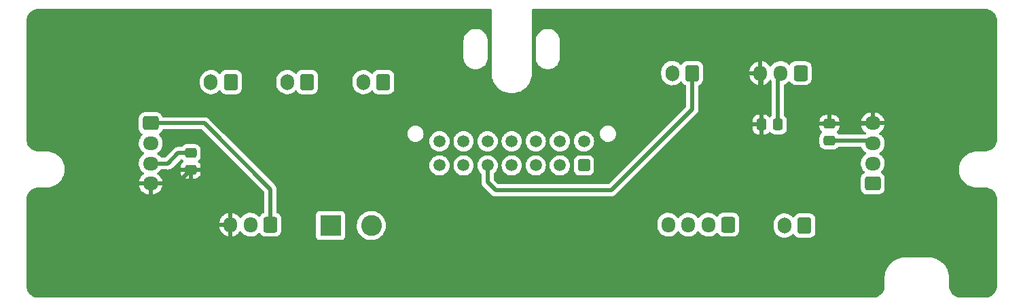
<source format=gbr>
%TF.GenerationSoftware,KiCad,Pcbnew,(6.0.0)*%
%TF.CreationDate,2022-05-14T21:45:35-04:00*%
%TF.ProjectId,V0-UmbilicalBoard,56302d55-6d62-4696-9c69-63616c426f61,rev?*%
%TF.SameCoordinates,Original*%
%TF.FileFunction,Copper,L2,Bot*%
%TF.FilePolarity,Positive*%
%FSLAX46Y46*%
G04 Gerber Fmt 4.6, Leading zero omitted, Abs format (unit mm)*
G04 Created by KiCad (PCBNEW (6.0.0)) date 2022-05-14 21:45:35*
%MOMM*%
%LPD*%
G01*
G04 APERTURE LIST*
G04 Aperture macros list*
%AMRoundRect*
0 Rectangle with rounded corners*
0 $1 Rounding radius*
0 $2 $3 $4 $5 $6 $7 $8 $9 X,Y pos of 4 corners*
0 Add a 4 corners polygon primitive as box body*
4,1,4,$2,$3,$4,$5,$6,$7,$8,$9,$2,$3,0*
0 Add four circle primitives for the rounded corners*
1,1,$1+$1,$2,$3*
1,1,$1+$1,$4,$5*
1,1,$1+$1,$6,$7*
1,1,$1+$1,$8,$9*
0 Add four rect primitives between the rounded corners*
20,1,$1+$1,$2,$3,$4,$5,0*
20,1,$1+$1,$4,$5,$6,$7,0*
20,1,$1+$1,$6,$7,$8,$9,0*
20,1,$1+$1,$8,$9,$2,$3,0*%
G04 Aperture macros list end*
%TA.AperFunction,ComponentPad*%
%ADD10RoundRect,0.250000X0.500000X0.500000X-0.500000X0.500000X-0.500000X-0.500000X0.500000X-0.500000X0*%
%TD*%
%TA.AperFunction,ComponentPad*%
%ADD11C,1.500000*%
%TD*%
%TA.AperFunction,ComponentPad*%
%ADD12RoundRect,0.250000X0.600000X0.750000X-0.600000X0.750000X-0.600000X-0.750000X0.600000X-0.750000X0*%
%TD*%
%TA.AperFunction,ComponentPad*%
%ADD13O,1.700000X2.000000*%
%TD*%
%TA.AperFunction,ComponentPad*%
%ADD14RoundRect,0.250000X0.600000X0.725000X-0.600000X0.725000X-0.600000X-0.725000X0.600000X-0.725000X0*%
%TD*%
%TA.AperFunction,ComponentPad*%
%ADD15O,1.700000X1.950000*%
%TD*%
%TA.AperFunction,ComponentPad*%
%ADD16R,2.600000X2.600000*%
%TD*%
%TA.AperFunction,ComponentPad*%
%ADD17C,2.600000*%
%TD*%
%TA.AperFunction,ComponentPad*%
%ADD18RoundRect,0.250000X0.725000X-0.600000X0.725000X0.600000X-0.725000X0.600000X-0.725000X-0.600000X0*%
%TD*%
%TA.AperFunction,ComponentPad*%
%ADD19O,1.950000X1.700000*%
%TD*%
%TA.AperFunction,ComponentPad*%
%ADD20RoundRect,0.250000X-0.725000X0.600000X-0.725000X-0.600000X0.725000X-0.600000X0.725000X0.600000X0*%
%TD*%
%TA.AperFunction,SMDPad,CuDef*%
%ADD21RoundRect,0.250000X0.475000X-0.337500X0.475000X0.337500X-0.475000X0.337500X-0.475000X-0.337500X0*%
%TD*%
%TA.AperFunction,SMDPad,CuDef*%
%ADD22RoundRect,0.250000X0.337500X0.475000X-0.337500X0.475000X-0.337500X-0.475000X0.337500X-0.475000X0*%
%TD*%
%TA.AperFunction,SMDPad,CuDef*%
%ADD23RoundRect,0.250000X-0.475000X0.337500X-0.475000X-0.337500X0.475000X-0.337500X0.475000X0.337500X0*%
%TD*%
%TA.AperFunction,Conductor*%
%ADD24C,0.500000*%
%TD*%
G04 APERTURE END LIST*
D10*
%TO.P,J1,1,Pin_1*%
%TO.N,/A1*%
X109000000Y-101500000D03*
D11*
%TO.P,J1,2,Pin_2*%
%TO.N,/A2*%
X106000000Y-101500000D03*
%TO.P,J1,3,Pin_3*%
%TO.N,/B1*%
X103000000Y-101500000D03*
%TO.P,J1,4,Pin_4*%
%TO.N,/B2*%
X100000000Y-101500000D03*
%TO.P,J1,5,Pin_5*%
%TO.N,Net-(J7-Pad1)*%
X97000000Y-101500000D03*
%TO.P,J1,6,Pin_6*%
%TO.N,Net-(J1-Pad6)*%
X94000000Y-101500000D03*
%TO.P,J1,7,Pin_7*%
%TO.N,Net-(J1-Pad7)*%
X91000000Y-101500000D03*
%TO.P,J1,8,Pin_8*%
%TO.N,Net-(J1-Pad8)*%
X109000000Y-98500000D03*
%TO.P,J1,9,Pin_9*%
%TO.N,/PartFan+*%
X106000000Y-98500000D03*
%TO.P,J1,10,Pin_10*%
%TO.N,/PartFan-*%
X103000000Y-98500000D03*
%TO.P,J1,11,Pin_11*%
%TO.N,/Hotend_Fan-*%
X100000000Y-98500000D03*
%TO.P,J1,12,Pin_12*%
%TO.N,/Hotend_Fan+*%
X97000000Y-98500000D03*
%TO.P,J1,13,Pin_13*%
%TO.N,Net-(J1-Pad13)*%
X94000000Y-98500000D03*
%TO.P,J1,14,Pin_14*%
%TO.N,Net-(J1-Pad14)*%
X91000000Y-98500000D03*
%TD*%
D12*
%TO.P,J3,1,Pin_1*%
%TO.N,/Hotend_Fan-*%
X74500000Y-91110000D03*
D13*
%TO.P,J3,2,Pin_2*%
%TO.N,/Hotend_Fan+*%
X72000000Y-91110000D03*
%TD*%
D12*
%TO.P,J4,1,Pin_1*%
%TO.N,/PartFan+*%
X84000000Y-91110000D03*
D13*
%TO.P,J4,2,Pin_2*%
%TO.N,/PartFan-*%
X81500000Y-91110000D03*
%TD*%
D12*
%TO.P,J6,1,Pin_1*%
%TO.N,Net-(J1-Pad14)*%
X65000000Y-91110000D03*
D13*
%TO.P,J6,2,Pin_2*%
%TO.N,Net-(J1-Pad13)*%
X62500000Y-91110000D03*
%TD*%
D12*
%TO.P,J7,1,Pin_1*%
%TO.N,Net-(J7-Pad1)*%
X122500000Y-90000000D03*
D13*
%TO.P,J7,2,Pin_2*%
%TO.N,Net-(J1-Pad8)*%
X120000000Y-90000000D03*
%TD*%
D12*
%TO.P,J8,1,Pin_1*%
%TO.N,Net-(J8-Pad1)*%
X136500000Y-109000000D03*
D13*
%TO.P,J8,2,Pin_2*%
%TO.N,Net-(J8-Pad2)*%
X134000000Y-109000000D03*
%TD*%
D14*
%TO.P,J2,1,Pin_1*%
%TO.N,/A1*%
X127000000Y-108890000D03*
D15*
%TO.P,J2,2,Pin_2*%
%TO.N,/A2*%
X124500000Y-108890000D03*
%TO.P,J2,3,Pin_3*%
%TO.N,/B1*%
X122000000Y-108890000D03*
%TO.P,J2,4,Pin_4*%
%TO.N,/B2*%
X119500000Y-108890000D03*
%TD*%
D16*
%TO.P,J5,1,Pin_1*%
%TO.N,Net-(J1-Pad7)*%
X77420000Y-109000000D03*
D17*
%TO.P,J5,2,Pin_2*%
%TO.N,Net-(J1-Pad6)*%
X82500000Y-109000000D03*
%TD*%
D14*
%TO.P,J9,1,Pin_1*%
%TO.N,Data*%
X136000000Y-90000000D03*
D15*
%TO.P,J9,2,Pin_2*%
%TO.N,5V*%
X133500000Y-90000000D03*
%TO.P,J9,3,Pin_3*%
%TO.N,Neo_Ground*%
X131000000Y-90000000D03*
%TD*%
D18*
%TO.P,J10,1,Pin_1*%
%TO.N,DataIn2*%
X145000000Y-103750000D03*
D19*
%TO.P,J10,2,Pin_2*%
%TO.N,Data*%
X145000000Y-101250000D03*
%TO.P,J10,3,Pin_3*%
%TO.N,5V*%
X145000000Y-98750000D03*
%TO.P,J10,4,Pin_4*%
%TO.N,Neo_Ground*%
X145000000Y-96250000D03*
%TD*%
D20*
%TO.P,J11,1,Pin_1*%
%TO.N,DataOut2*%
X55000000Y-96250000D03*
D19*
%TO.P,J11,2,Pin_2*%
%TO.N,DataIn2*%
X55000000Y-98750000D03*
%TO.P,J11,3,Pin_3*%
%TO.N,5V*%
X55000000Y-101250000D03*
%TO.P,J11,4,Pin_4*%
%TO.N,Neo_Ground*%
X55000000Y-103750000D03*
%TD*%
D21*
%TO.P,C1,1*%
%TO.N,5V*%
X139600000Y-98400000D03*
%TO.P,C1,2*%
%TO.N,Neo_Ground*%
X139600000Y-96325000D03*
%TD*%
D22*
%TO.P,C2,1*%
%TO.N,5V*%
X133200000Y-96400000D03*
%TO.P,C2,2*%
%TO.N,Neo_Ground*%
X131125000Y-96400000D03*
%TD*%
D23*
%TO.P,C3,1*%
%TO.N,5V*%
X60000000Y-99962500D03*
%TO.P,C3,2*%
%TO.N,Neo_Ground*%
X60000000Y-102037500D03*
%TD*%
D14*
%TO.P,J12,1,Pin_1*%
%TO.N,DataOut2*%
X69928000Y-108890000D03*
D15*
%TO.P,J12,2,Pin_2*%
%TO.N,5V*%
X67428000Y-108890000D03*
%TO.P,J12,3,Pin_3*%
%TO.N,Neo_Ground*%
X64928000Y-108890000D03*
%TD*%
D24*
%TO.N,5V*%
X139600000Y-98400000D02*
X144650000Y-98400000D01*
X133200000Y-90300000D02*
X133500000Y-90000000D01*
X133200000Y-96400000D02*
X133200000Y-90300000D01*
X57150000Y-101250000D02*
X55000000Y-101250000D01*
X60000000Y-99962500D02*
X58437500Y-99962500D01*
X58437500Y-99962500D02*
X57150000Y-101250000D01*
X144650000Y-98400000D02*
X145000000Y-98750000D01*
%TO.N,DataOut2*%
X55000000Y-96250000D02*
X61706000Y-96250000D01*
X61706000Y-96250000D02*
X69928000Y-104472000D01*
X69928000Y-104472000D02*
X69928000Y-108890000D01*
%TO.N,Neo_Ground*%
X131125000Y-90125000D02*
X131000000Y-90000000D01*
X131125000Y-96400000D02*
X131125000Y-90125000D01*
X58287500Y-103750000D02*
X60000000Y-102037500D01*
X55000000Y-103750000D02*
X58287500Y-103750000D01*
X144925000Y-96325000D02*
X145000000Y-96250000D01*
X139600000Y-96325000D02*
X144925000Y-96325000D01*
%TO.N,Net-(J7-Pad1)*%
X122500000Y-90000000D02*
X122500000Y-94500000D01*
X97000000Y-103600000D02*
X97000000Y-101500000D01*
X122500000Y-94500000D02*
X112400000Y-104600000D01*
X98000000Y-104600000D02*
X97000000Y-103600000D01*
X112400000Y-104600000D02*
X98000000Y-104600000D01*
%TD*%
%TA.AperFunction,Conductor*%
%TO.N,Neo_Ground*%
G36*
X97434121Y-82028002D02*
G01*
X97480614Y-82081658D01*
X97492000Y-82134000D01*
X97492000Y-89950672D01*
X97490500Y-89970056D01*
X97486814Y-89993730D01*
X97487634Y-90000000D01*
X97487416Y-90000000D01*
X97488239Y-90013608D01*
X97502882Y-90255671D01*
X97505736Y-90302859D01*
X97560427Y-90601301D01*
X97650693Y-90890975D01*
X97652255Y-90894445D01*
X97652257Y-90894451D01*
X97701705Y-91004319D01*
X97775217Y-91167656D01*
X97777186Y-91170913D01*
X97777188Y-91170917D01*
X97858588Y-91305568D01*
X97932184Y-91427310D01*
X97934525Y-91430298D01*
X97934527Y-91430301D01*
X97986461Y-91496590D01*
X98119304Y-91666151D01*
X98333849Y-91880696D01*
X98572690Y-92067816D01*
X98575944Y-92069783D01*
X98829083Y-92222812D01*
X98829087Y-92222814D01*
X98832344Y-92224783D01*
X98948983Y-92277278D01*
X99105549Y-92347743D01*
X99105555Y-92347745D01*
X99109025Y-92349307D01*
X99398699Y-92439573D01*
X99697141Y-92494264D01*
X99700935Y-92494493D01*
X99700939Y-92494494D01*
X99996198Y-92512354D01*
X100000000Y-92512584D01*
X100003802Y-92512354D01*
X100299061Y-92494494D01*
X100299065Y-92494493D01*
X100302859Y-92494264D01*
X100601301Y-92439573D01*
X100890975Y-92349307D01*
X100894445Y-92347745D01*
X100894451Y-92347743D01*
X101051017Y-92277278D01*
X101167656Y-92224783D01*
X101170913Y-92222814D01*
X101170917Y-92222812D01*
X101424056Y-92069783D01*
X101427310Y-92067816D01*
X101666151Y-91880696D01*
X101880696Y-91666151D01*
X102013539Y-91496590D01*
X102065473Y-91430301D01*
X102065475Y-91430298D01*
X102067816Y-91427310D01*
X102141412Y-91305568D01*
X102222812Y-91170917D01*
X102222814Y-91170913D01*
X102224783Y-91167656D01*
X102298295Y-91004319D01*
X102347743Y-90894451D01*
X102347745Y-90894445D01*
X102349307Y-90890975D01*
X102439573Y-90601301D01*
X102494264Y-90302859D01*
X102497046Y-90256876D01*
X102506191Y-90105681D01*
X102510722Y-90030780D01*
X102512237Y-90017497D01*
X102513071Y-90012539D01*
X102513224Y-90000000D01*
X102509273Y-89972412D01*
X102508000Y-89954549D01*
X102508000Y-87993730D01*
X102986814Y-87993730D01*
X102987634Y-88000000D01*
X102987337Y-88000000D01*
X102987920Y-88007409D01*
X102987920Y-88007413D01*
X102997359Y-88127339D01*
X103005960Y-88236633D01*
X103007114Y-88241440D01*
X103007115Y-88241446D01*
X103032672Y-88347897D01*
X103061372Y-88467439D01*
X103063265Y-88472010D01*
X103063266Y-88472012D01*
X103147977Y-88676522D01*
X103152207Y-88686735D01*
X103276230Y-88889121D01*
X103430386Y-89069614D01*
X103434142Y-89072822D01*
X103582580Y-89199600D01*
X103610879Y-89223770D01*
X103813265Y-89347793D01*
X103817835Y-89349686D01*
X103817837Y-89349687D01*
X104027988Y-89436734D01*
X104032561Y-89438628D01*
X104113660Y-89458098D01*
X104258554Y-89492885D01*
X104258560Y-89492886D01*
X104263367Y-89494040D01*
X104500000Y-89512663D01*
X104736633Y-89494040D01*
X104741440Y-89492886D01*
X104741446Y-89492885D01*
X104886340Y-89458098D01*
X104967439Y-89438628D01*
X104972012Y-89436734D01*
X105182163Y-89349687D01*
X105182165Y-89349686D01*
X105186735Y-89347793D01*
X105389121Y-89223770D01*
X105417420Y-89199600D01*
X105565858Y-89072822D01*
X105569614Y-89069614D01*
X105723770Y-88889121D01*
X105847793Y-88686735D01*
X105852024Y-88676522D01*
X105936734Y-88472012D01*
X105936735Y-88472010D01*
X105938628Y-88467439D01*
X105967328Y-88347897D01*
X105992885Y-88241446D01*
X105992886Y-88241440D01*
X105994040Y-88236633D01*
X106010014Y-88033657D01*
X106011372Y-88022637D01*
X106012265Y-88017330D01*
X106012265Y-88017329D01*
X106013071Y-88012539D01*
X106013224Y-88000000D01*
X106009273Y-87972412D01*
X106008000Y-87954549D01*
X106008000Y-86053207D01*
X106009746Y-86032303D01*
X106010279Y-86029137D01*
X106013071Y-86012539D01*
X106013224Y-86000000D01*
X106012534Y-85995184D01*
X106012529Y-85995100D01*
X106011665Y-85987314D01*
X106010667Y-85974634D01*
X105994040Y-85763367D01*
X105992886Y-85758560D01*
X105992885Y-85758554D01*
X105958098Y-85613660D01*
X105938628Y-85532561D01*
X105936734Y-85527988D01*
X105849687Y-85317837D01*
X105849686Y-85317835D01*
X105847793Y-85313265D01*
X105723770Y-85110879D01*
X105569614Y-84930386D01*
X105389121Y-84776230D01*
X105186735Y-84652207D01*
X105182165Y-84650314D01*
X105182163Y-84650313D01*
X104972012Y-84563266D01*
X104972010Y-84563265D01*
X104967439Y-84561372D01*
X104886340Y-84541902D01*
X104741446Y-84507115D01*
X104741440Y-84507114D01*
X104736633Y-84505960D01*
X104500000Y-84487337D01*
X104263367Y-84505960D01*
X104258560Y-84507114D01*
X104258554Y-84507115D01*
X104113660Y-84541902D01*
X104032561Y-84561372D01*
X104027990Y-84563265D01*
X104027988Y-84563266D01*
X103817837Y-84650313D01*
X103817835Y-84650314D01*
X103813265Y-84652207D01*
X103610879Y-84776230D01*
X103430386Y-84930386D01*
X103276230Y-85110879D01*
X103152207Y-85313265D01*
X103150314Y-85317835D01*
X103150313Y-85317837D01*
X103063266Y-85527988D01*
X103061372Y-85532561D01*
X103041902Y-85613660D01*
X103007115Y-85758554D01*
X103007114Y-85758560D01*
X103005960Y-85763367D01*
X102997359Y-85872661D01*
X102989244Y-85975771D01*
X102988291Y-85983910D01*
X102988328Y-85984003D01*
X102986814Y-85993730D01*
X102987449Y-85998583D01*
X102987337Y-86000000D01*
X102987634Y-86000000D01*
X102988882Y-86009544D01*
X102990936Y-86025250D01*
X102992000Y-86041588D01*
X102992000Y-87950672D01*
X102990500Y-87970056D01*
X102986814Y-87993730D01*
X102508000Y-87993730D01*
X102508000Y-82134000D01*
X102528002Y-82065879D01*
X102581658Y-82019386D01*
X102634000Y-82008000D01*
X158950672Y-82008000D01*
X158970056Y-82009500D01*
X158972284Y-82009847D01*
X158984859Y-82011805D01*
X158984861Y-82011805D01*
X158993730Y-82013186D01*
X159002632Y-82012022D01*
X159002634Y-82012022D01*
X159008959Y-82011195D01*
X159034282Y-82010452D01*
X159198126Y-82022170D01*
X159203343Y-82022543D01*
X159221137Y-82025101D01*
X159411540Y-82066521D01*
X159428788Y-82071586D01*
X159611358Y-82139682D01*
X159627710Y-82147149D01*
X159693020Y-82182810D01*
X159798734Y-82240534D01*
X159813848Y-82250248D01*
X159923516Y-82332344D01*
X159969842Y-82367023D01*
X159983428Y-82378796D01*
X160121204Y-82516572D01*
X160132977Y-82530158D01*
X160249752Y-82686152D01*
X160259469Y-82701271D01*
X160352851Y-82872290D01*
X160360318Y-82888642D01*
X160428414Y-83071212D01*
X160433480Y-83088462D01*
X160474899Y-83278863D01*
X160477457Y-83296658D01*
X160489041Y-83458629D01*
X160488297Y-83476533D01*
X160488195Y-83484858D01*
X160486814Y-83493730D01*
X160487978Y-83502632D01*
X160487978Y-83502635D01*
X160490936Y-83525251D01*
X160492000Y-83541589D01*
X160492000Y-98200672D01*
X160490500Y-98220056D01*
X160486814Y-98243730D01*
X160487978Y-98252632D01*
X160487978Y-98252634D01*
X160488805Y-98258959D01*
X160489548Y-98284282D01*
X160489041Y-98291372D01*
X160477457Y-98453343D01*
X160474899Y-98471137D01*
X160433480Y-98661538D01*
X160428414Y-98678788D01*
X160360318Y-98861358D01*
X160352851Y-98877710D01*
X160340569Y-98900204D01*
X160269223Y-99030866D01*
X160259469Y-99048729D01*
X160249753Y-99063847D01*
X160184772Y-99150652D01*
X160132977Y-99219842D01*
X160121204Y-99233428D01*
X159983428Y-99371204D01*
X159969841Y-99382977D01*
X159813848Y-99499752D01*
X159798734Y-99509466D01*
X159693020Y-99567190D01*
X159627710Y-99602851D01*
X159611358Y-99610318D01*
X159428788Y-99678414D01*
X159411540Y-99683479D01*
X159248022Y-99719051D01*
X159221137Y-99724899D01*
X159203342Y-99727457D01*
X159156152Y-99730832D01*
X159041369Y-99739041D01*
X159023467Y-99738297D01*
X159015142Y-99738195D01*
X159006270Y-99736814D01*
X158997368Y-99737978D01*
X158997365Y-99737978D01*
X158974749Y-99740936D01*
X158958411Y-99742000D01*
X158053207Y-99742000D01*
X158032303Y-99740254D01*
X158025794Y-99739159D01*
X158012539Y-99736929D01*
X158006441Y-99736855D01*
X158004868Y-99736835D01*
X158004863Y-99736835D01*
X158000000Y-99736776D01*
X157995177Y-99737466D01*
X157994862Y-99737487D01*
X157985543Y-99738445D01*
X157936976Y-99741501D01*
X157716438Y-99755376D01*
X157437348Y-99808615D01*
X157167131Y-99896414D01*
X156910050Y-100017388D01*
X156670157Y-100169628D01*
X156582872Y-100241837D01*
X156455531Y-100347183D01*
X156451237Y-100350735D01*
X156256742Y-100557851D01*
X156089738Y-100787711D01*
X156087831Y-100791180D01*
X156087829Y-100791183D01*
X155996546Y-100957227D01*
X155952861Y-101036690D01*
X155940495Y-101067924D01*
X155854111Y-101286106D01*
X155848269Y-101300860D01*
X155847285Y-101304694D01*
X155847282Y-101304702D01*
X155828206Y-101379000D01*
X155777610Y-101576057D01*
X155742000Y-101857939D01*
X155742000Y-102142061D01*
X155756478Y-102256669D01*
X155775615Y-102408148D01*
X155777610Y-102423943D01*
X155803022Y-102522914D01*
X155847282Y-102695298D01*
X155847285Y-102695306D01*
X155848269Y-102699140D01*
X155849726Y-102702820D01*
X155849727Y-102702823D01*
X155879075Y-102776948D01*
X155952861Y-102963310D01*
X155954763Y-102966769D01*
X155954764Y-102966772D01*
X156054929Y-103148971D01*
X156089738Y-103212289D01*
X156256742Y-103442149D01*
X156451237Y-103649265D01*
X156670157Y-103830372D01*
X156910050Y-103982612D01*
X157167131Y-104103586D01*
X157437348Y-104191385D01*
X157716438Y-104244624D01*
X157844003Y-104252649D01*
X157967671Y-104260430D01*
X157980660Y-104261927D01*
X157982652Y-104262262D01*
X157982654Y-104262262D01*
X157987461Y-104263071D01*
X157993959Y-104263150D01*
X157995141Y-104263165D01*
X157995145Y-104263165D01*
X158000000Y-104263224D01*
X158027588Y-104259273D01*
X158045451Y-104258000D01*
X158950672Y-104258000D01*
X158970056Y-104259500D01*
X158971637Y-104259746D01*
X158984859Y-104261805D01*
X158984861Y-104261805D01*
X158993730Y-104263186D01*
X159002632Y-104262022D01*
X159002634Y-104262022D01*
X159008959Y-104261195D01*
X159034282Y-104260452D01*
X159198126Y-104272170D01*
X159203343Y-104272543D01*
X159221137Y-104275101D01*
X159411540Y-104316521D01*
X159428788Y-104321586D01*
X159611358Y-104389682D01*
X159627710Y-104397149D01*
X159683674Y-104427707D01*
X159798734Y-104490534D01*
X159813848Y-104500248D01*
X159852978Y-104529540D01*
X159969842Y-104617023D01*
X159983428Y-104628796D01*
X160121204Y-104766572D01*
X160132977Y-104780158D01*
X160249752Y-104936152D01*
X160259466Y-104951266D01*
X160304279Y-105033335D01*
X160352851Y-105122290D01*
X160360318Y-105138642D01*
X160428414Y-105321212D01*
X160433479Y-105338460D01*
X160437849Y-105358546D01*
X160474899Y-105528863D01*
X160477457Y-105546658D01*
X160489041Y-105708629D01*
X160488297Y-105726533D01*
X160488195Y-105734858D01*
X160486814Y-105743730D01*
X160487978Y-105752632D01*
X160487978Y-105752635D01*
X160490936Y-105775251D01*
X160492000Y-105791589D01*
X160492000Y-116450672D01*
X160490500Y-116470056D01*
X160486814Y-116493730D01*
X160487978Y-116502632D01*
X160487978Y-116502634D01*
X160488805Y-116508959D01*
X160489548Y-116534287D01*
X160477457Y-116703343D01*
X160474899Y-116721137D01*
X160433480Y-116911538D01*
X160428414Y-116928788D01*
X160360318Y-117111358D01*
X160352851Y-117127710D01*
X160259469Y-117298729D01*
X160249752Y-117313848D01*
X160192016Y-117390975D01*
X160132977Y-117469842D01*
X160121204Y-117483428D01*
X159983428Y-117621204D01*
X159969841Y-117632977D01*
X159813848Y-117749752D01*
X159798734Y-117759466D01*
X159693020Y-117817190D01*
X159627710Y-117852851D01*
X159611358Y-117860318D01*
X159428788Y-117928414D01*
X159411540Y-117933479D01*
X159248022Y-117969051D01*
X159221137Y-117974899D01*
X159203342Y-117977457D01*
X159154443Y-117980954D01*
X159041369Y-117989041D01*
X159023467Y-117988297D01*
X159015142Y-117988195D01*
X159006270Y-117986814D01*
X158997368Y-117987978D01*
X158997365Y-117987978D01*
X158974749Y-117990936D01*
X158958411Y-117992000D01*
X156049328Y-117992000D01*
X156029943Y-117990500D01*
X156029661Y-117990456D01*
X156027117Y-117990060D01*
X156015141Y-117988195D01*
X156015139Y-117988195D01*
X156006270Y-117986814D01*
X155997368Y-117987978D01*
X155997366Y-117987978D01*
X155991041Y-117988805D01*
X155965718Y-117989548D01*
X155796657Y-117977457D01*
X155778863Y-117974899D01*
X155751978Y-117969051D01*
X155588460Y-117933479D01*
X155571212Y-117928414D01*
X155388642Y-117860318D01*
X155372290Y-117852851D01*
X155306980Y-117817190D01*
X155201266Y-117759466D01*
X155186152Y-117749752D01*
X155030159Y-117632977D01*
X155016572Y-117621204D01*
X154878796Y-117483428D01*
X154867023Y-117469842D01*
X154807984Y-117390975D01*
X154750248Y-117313848D01*
X154740531Y-117298729D01*
X154647149Y-117127710D01*
X154639682Y-117111358D01*
X154571586Y-116928788D01*
X154566520Y-116911538D01*
X154525101Y-116721137D01*
X154522543Y-116703342D01*
X154510959Y-116541371D01*
X154511703Y-116523467D01*
X154511805Y-116515142D01*
X154513186Y-116506270D01*
X154511547Y-116493730D01*
X154509064Y-116474749D01*
X154508000Y-116458411D01*
X154508000Y-115553207D01*
X154509746Y-115532303D01*
X154512264Y-115517335D01*
X154513071Y-115512539D01*
X154513224Y-115500000D01*
X154512534Y-115495185D01*
X154512373Y-115492710D01*
X154511805Y-115487115D01*
X154494495Y-115200938D01*
X154494494Y-115200932D01*
X154494265Y-115197142D01*
X154439573Y-114898699D01*
X154349307Y-114609025D01*
X154310567Y-114522947D01*
X154226347Y-114335820D01*
X154224783Y-114332344D01*
X154171891Y-114244849D01*
X154069783Y-114075943D01*
X154067816Y-114072689D01*
X153880696Y-113833848D01*
X153666152Y-113619304D01*
X153427311Y-113432184D01*
X153361670Y-113392503D01*
X153170917Y-113277188D01*
X153170913Y-113277186D01*
X153167656Y-113275217D01*
X153029315Y-113212955D01*
X152894451Y-113152257D01*
X152894445Y-113152255D01*
X152890975Y-113150693D01*
X152601301Y-113060427D01*
X152302858Y-113005735D01*
X152299067Y-113005506D01*
X152299061Y-113005505D01*
X152121005Y-112994736D01*
X152030787Y-112989279D01*
X152017483Y-112987761D01*
X152017340Y-112987737D01*
X152017341Y-112987737D01*
X152012539Y-112986929D01*
X152006062Y-112986850D01*
X152004859Y-112986835D01*
X152004855Y-112986835D01*
X152000000Y-112986776D01*
X151975715Y-112990254D01*
X151972412Y-112990727D01*
X151954549Y-112992000D01*
X149053207Y-112992000D01*
X149032303Y-112990254D01*
X149024100Y-112988874D01*
X149012539Y-112986929D01*
X149006211Y-112986852D01*
X149004859Y-112986835D01*
X149004855Y-112986835D01*
X149000000Y-112986776D01*
X148995185Y-112987466D01*
X148992710Y-112987627D01*
X148987115Y-112988195D01*
X148700938Y-113005505D01*
X148700932Y-113005506D01*
X148697142Y-113005735D01*
X148398699Y-113060427D01*
X148109025Y-113150693D01*
X148105555Y-113152255D01*
X148105549Y-113152257D01*
X147970684Y-113212955D01*
X147832344Y-113275217D01*
X147829087Y-113277186D01*
X147829083Y-113277188D01*
X147638330Y-113392503D01*
X147572689Y-113432184D01*
X147333848Y-113619304D01*
X147119304Y-113833848D01*
X146932184Y-114072689D01*
X146930217Y-114075943D01*
X146828110Y-114244849D01*
X146775217Y-114332344D01*
X146773653Y-114335820D01*
X146689434Y-114522947D01*
X146650693Y-114609025D01*
X146560427Y-114898699D01*
X146505735Y-115197142D01*
X146505506Y-115200933D01*
X146505505Y-115200939D01*
X146489279Y-115469210D01*
X146487761Y-115482517D01*
X146486929Y-115487461D01*
X146486776Y-115500000D01*
X146487466Y-115504815D01*
X146490727Y-115527588D01*
X146492000Y-115545451D01*
X146492000Y-116450672D01*
X146490500Y-116470056D01*
X146486814Y-116493730D01*
X146487978Y-116502632D01*
X146487978Y-116502634D01*
X146488805Y-116508959D01*
X146489548Y-116534287D01*
X146477457Y-116703343D01*
X146474899Y-116721137D01*
X146433480Y-116911538D01*
X146428414Y-116928788D01*
X146360318Y-117111358D01*
X146352851Y-117127710D01*
X146259469Y-117298729D01*
X146249752Y-117313848D01*
X146192016Y-117390975D01*
X146132977Y-117469842D01*
X146121204Y-117483428D01*
X145983428Y-117621204D01*
X145969841Y-117632977D01*
X145813848Y-117749752D01*
X145798734Y-117759466D01*
X145693020Y-117817190D01*
X145627710Y-117852851D01*
X145611358Y-117860318D01*
X145428788Y-117928414D01*
X145411540Y-117933479D01*
X145248022Y-117969051D01*
X145221137Y-117974899D01*
X145203342Y-117977457D01*
X145154443Y-117980954D01*
X145041369Y-117989041D01*
X145023467Y-117988297D01*
X145015142Y-117988195D01*
X145006270Y-117986814D01*
X144997368Y-117987978D01*
X144997365Y-117987978D01*
X144974749Y-117990936D01*
X144958411Y-117992000D01*
X41049328Y-117992000D01*
X41029943Y-117990500D01*
X41029661Y-117990456D01*
X41027117Y-117990060D01*
X41015141Y-117988195D01*
X41015139Y-117988195D01*
X41006270Y-117986814D01*
X40997368Y-117987978D01*
X40997366Y-117987978D01*
X40991041Y-117988805D01*
X40965718Y-117989548D01*
X40796657Y-117977457D01*
X40778863Y-117974899D01*
X40751978Y-117969051D01*
X40588460Y-117933479D01*
X40571212Y-117928414D01*
X40388642Y-117860318D01*
X40372290Y-117852851D01*
X40306980Y-117817190D01*
X40201266Y-117759466D01*
X40186152Y-117749752D01*
X40030159Y-117632977D01*
X40016572Y-117621204D01*
X39878796Y-117483428D01*
X39867023Y-117469842D01*
X39807984Y-117390975D01*
X39750248Y-117313848D01*
X39740531Y-117298729D01*
X39647149Y-117127710D01*
X39639682Y-117111358D01*
X39571586Y-116928788D01*
X39566520Y-116911538D01*
X39525101Y-116721137D01*
X39522543Y-116703342D01*
X39510959Y-116541371D01*
X39511703Y-116523467D01*
X39511805Y-116515142D01*
X39513186Y-116506270D01*
X39511547Y-116493730D01*
X39509064Y-116474749D01*
X39508000Y-116458411D01*
X39508000Y-109160193D01*
X63577410Y-109160193D01*
X63584124Y-109239325D01*
X63585914Y-109249797D01*
X63641130Y-109462535D01*
X63644665Y-109472575D01*
X63734937Y-109672970D01*
X63740106Y-109682256D01*
X63862850Y-109864575D01*
X63869519Y-109872870D01*
X64021228Y-110031900D01*
X64029186Y-110038941D01*
X64205525Y-110170141D01*
X64214562Y-110175745D01*
X64410484Y-110275357D01*
X64420335Y-110279357D01*
X64630240Y-110344534D01*
X64640624Y-110346817D01*
X64656043Y-110348861D01*
X64670207Y-110346665D01*
X64674000Y-110333478D01*
X64674000Y-109162115D01*
X64669525Y-109146876D01*
X64668135Y-109145671D01*
X64660452Y-109144000D01*
X63594151Y-109144000D01*
X63579473Y-109148310D01*
X63577410Y-109160193D01*
X39508000Y-109160193D01*
X39508000Y-108618174D01*
X63574496Y-108618174D01*
X63575915Y-108631414D01*
X63590550Y-108636000D01*
X64655885Y-108636000D01*
X64671124Y-108631525D01*
X64672329Y-108630135D01*
X64674000Y-108622452D01*
X64674000Y-107448808D01*
X64670027Y-107435277D01*
X64659420Y-107433752D01*
X64541579Y-107458477D01*
X64531383Y-107461537D01*
X64326971Y-107542263D01*
X64317439Y-107546994D01*
X64129538Y-107661016D01*
X64120948Y-107667280D01*
X63954948Y-107811327D01*
X63947528Y-107818958D01*
X63808174Y-107988911D01*
X63802150Y-107997678D01*
X63693424Y-108188682D01*
X63688959Y-108198346D01*
X63613969Y-108404941D01*
X63611198Y-108415208D01*
X63574496Y-108618174D01*
X39508000Y-108618174D01*
X39508000Y-105799328D01*
X39509500Y-105779943D01*
X39511805Y-105765141D01*
X39511805Y-105765139D01*
X39513186Y-105756270D01*
X39512022Y-105747366D01*
X39511195Y-105741041D01*
X39510452Y-105715713D01*
X39522543Y-105546657D01*
X39525101Y-105528863D01*
X39562151Y-105358546D01*
X39566521Y-105338460D01*
X39571586Y-105321212D01*
X39639682Y-105138642D01*
X39647149Y-105122290D01*
X39695721Y-105033335D01*
X39740534Y-104951266D01*
X39750248Y-104936152D01*
X39867023Y-104780158D01*
X39878796Y-104766572D01*
X40016572Y-104628796D01*
X40030158Y-104617023D01*
X40147022Y-104529540D01*
X40186152Y-104500248D01*
X40201266Y-104490534D01*
X40316326Y-104427707D01*
X40372290Y-104397149D01*
X40388642Y-104389682D01*
X40571212Y-104321586D01*
X40588460Y-104316521D01*
X40778863Y-104275101D01*
X40796658Y-104272543D01*
X40845557Y-104269046D01*
X40958631Y-104260959D01*
X40976533Y-104261703D01*
X40984858Y-104261805D01*
X40993730Y-104263186D01*
X41002632Y-104262022D01*
X41002635Y-104262022D01*
X41025251Y-104259064D01*
X41041589Y-104258000D01*
X41946793Y-104258000D01*
X41967697Y-104259746D01*
X41987461Y-104263071D01*
X41993559Y-104263145D01*
X41995132Y-104263165D01*
X41995137Y-104263165D01*
X42000000Y-104263224D01*
X42004823Y-104262534D01*
X42005138Y-104262513D01*
X42014457Y-104261555D01*
X42070960Y-104258000D01*
X42283562Y-104244624D01*
X42562652Y-104191385D01*
X42832869Y-104103586D01*
X43013515Y-104018580D01*
X53543752Y-104018580D01*
X53568477Y-104136421D01*
X53571537Y-104146617D01*
X53652263Y-104351029D01*
X53656994Y-104360561D01*
X53771016Y-104548462D01*
X53777280Y-104557052D01*
X53921327Y-104723052D01*
X53928958Y-104730472D01*
X54098911Y-104869826D01*
X54107678Y-104875850D01*
X54298682Y-104984576D01*
X54308346Y-104989041D01*
X54514941Y-105064031D01*
X54525208Y-105066802D01*
X54728174Y-105103504D01*
X54741414Y-105102085D01*
X54746000Y-105087450D01*
X54746000Y-105083849D01*
X55254000Y-105083849D01*
X55258310Y-105098527D01*
X55270193Y-105100590D01*
X55349325Y-105093876D01*
X55359797Y-105092086D01*
X55572535Y-105036870D01*
X55582575Y-105033335D01*
X55782970Y-104943063D01*
X55792256Y-104937894D01*
X55974575Y-104815150D01*
X55982870Y-104808481D01*
X56141900Y-104656772D01*
X56148941Y-104648814D01*
X56280141Y-104472475D01*
X56285745Y-104463438D01*
X56385357Y-104267516D01*
X56389357Y-104257665D01*
X56454534Y-104047760D01*
X56456817Y-104037376D01*
X56458861Y-104021957D01*
X56456665Y-104007793D01*
X56443478Y-104004000D01*
X55272115Y-104004000D01*
X55256876Y-104008475D01*
X55255671Y-104009865D01*
X55254000Y-104017548D01*
X55254000Y-105083849D01*
X54746000Y-105083849D01*
X54746000Y-104022115D01*
X54741525Y-104006876D01*
X54740135Y-104005671D01*
X54732452Y-104004000D01*
X53558808Y-104004000D01*
X53545277Y-104007973D01*
X53543752Y-104018580D01*
X43013515Y-104018580D01*
X43089950Y-103982612D01*
X43329843Y-103830372D01*
X43548763Y-103649265D01*
X43743258Y-103442149D01*
X43910262Y-103212289D01*
X43945072Y-103148971D01*
X44045236Y-102966772D01*
X44045237Y-102966769D01*
X44047139Y-102963310D01*
X44120925Y-102776948D01*
X44150273Y-102702823D01*
X44150274Y-102702820D01*
X44151731Y-102699140D01*
X44152715Y-102695306D01*
X44152718Y-102695298D01*
X44196978Y-102522914D01*
X44222390Y-102423943D01*
X44224386Y-102408148D01*
X44243522Y-102256669D01*
X44258000Y-102142061D01*
X44258000Y-101857939D01*
X44222390Y-101576057D01*
X44171794Y-101379000D01*
X44152718Y-101304702D01*
X44152715Y-101304694D01*
X44151731Y-101300860D01*
X44145890Y-101286106D01*
X44106165Y-101185774D01*
X53513102Y-101185774D01*
X53513302Y-101191103D01*
X53513302Y-101191105D01*
X53514845Y-101232193D01*
X53521751Y-101416158D01*
X53569093Y-101641791D01*
X53571051Y-101646750D01*
X53571052Y-101646752D01*
X53643636Y-101830544D01*
X53653776Y-101856221D01*
X53656543Y-101860780D01*
X53656544Y-101860783D01*
X53707255Y-101944351D01*
X53773377Y-102053317D01*
X53776874Y-102057347D01*
X53863438Y-102157103D01*
X53924477Y-102227445D01*
X53928608Y-102230832D01*
X54098627Y-102370240D01*
X54098633Y-102370244D01*
X54102755Y-102373624D01*
X54107398Y-102376267D01*
X54134735Y-102391829D01*
X54184041Y-102442912D01*
X54197902Y-102512542D01*
X54171918Y-102578613D01*
X54142768Y-102605851D01*
X54025422Y-102684852D01*
X54017130Y-102691519D01*
X53858100Y-102843228D01*
X53851059Y-102851186D01*
X53719859Y-103027525D01*
X53714255Y-103036562D01*
X53614643Y-103232484D01*
X53610643Y-103242335D01*
X53545466Y-103452240D01*
X53543183Y-103462624D01*
X53541139Y-103478043D01*
X53543335Y-103492207D01*
X53556522Y-103496000D01*
X56441192Y-103496000D01*
X56454723Y-103492027D01*
X56456248Y-103481420D01*
X56431523Y-103363579D01*
X56428463Y-103353383D01*
X56347737Y-103148971D01*
X56343006Y-103139439D01*
X56228984Y-102951538D01*
X56222720Y-102942948D01*
X56078673Y-102776948D01*
X56071042Y-102769528D01*
X55901089Y-102630174D01*
X55892326Y-102624152D01*
X55865289Y-102608762D01*
X55815982Y-102557680D01*
X55802120Y-102488049D01*
X55828057Y-102422095D01*
X58767001Y-102422095D01*
X58767338Y-102428614D01*
X58777257Y-102524206D01*
X58780149Y-102537600D01*
X58831588Y-102691784D01*
X58837761Y-102704962D01*
X58923063Y-102842807D01*
X58932099Y-102854208D01*
X59046829Y-102968739D01*
X59058240Y-102977751D01*
X59196243Y-103062816D01*
X59209424Y-103068963D01*
X59363710Y-103120138D01*
X59377086Y-103123005D01*
X59471438Y-103132672D01*
X59477854Y-103133000D01*
X59727885Y-103133000D01*
X59743124Y-103128525D01*
X59744329Y-103127135D01*
X59746000Y-103119452D01*
X59746000Y-103114884D01*
X60254000Y-103114884D01*
X60258475Y-103130123D01*
X60259865Y-103131328D01*
X60267548Y-103132999D01*
X60522095Y-103132999D01*
X60528614Y-103132662D01*
X60624206Y-103122743D01*
X60637600Y-103119851D01*
X60791784Y-103068412D01*
X60804962Y-103062239D01*
X60942807Y-102976937D01*
X60954208Y-102967901D01*
X61068739Y-102853171D01*
X61077751Y-102841760D01*
X61162816Y-102703757D01*
X61168963Y-102690576D01*
X61220138Y-102536290D01*
X61223005Y-102522914D01*
X61232672Y-102428562D01*
X61233000Y-102422146D01*
X61233000Y-102309615D01*
X61228525Y-102294376D01*
X61227135Y-102293171D01*
X61219452Y-102291500D01*
X60272115Y-102291500D01*
X60256876Y-102295975D01*
X60255671Y-102297365D01*
X60254000Y-102305048D01*
X60254000Y-103114884D01*
X59746000Y-103114884D01*
X59746000Y-102309615D01*
X59741525Y-102294376D01*
X59740135Y-102293171D01*
X59732452Y-102291500D01*
X58785116Y-102291500D01*
X58769877Y-102295975D01*
X58768672Y-102297365D01*
X58767001Y-102305048D01*
X58767001Y-102422095D01*
X55828057Y-102422095D01*
X55828103Y-102421978D01*
X55857253Y-102394739D01*
X55953151Y-102330176D01*
X55979319Y-102312559D01*
X55995247Y-102297365D01*
X56072769Y-102223412D01*
X56146135Y-102153424D01*
X56216176Y-102059287D01*
X56272885Y-102016574D01*
X56317264Y-102008500D01*
X57082930Y-102008500D01*
X57101880Y-102009933D01*
X57116115Y-102012099D01*
X57116119Y-102012099D01*
X57123349Y-102013199D01*
X57130641Y-102012606D01*
X57130644Y-102012606D01*
X57176018Y-102008915D01*
X57186233Y-102008500D01*
X57194293Y-102008500D01*
X57207583Y-102006951D01*
X57222507Y-102005211D01*
X57226882Y-102004778D01*
X57292339Y-101999454D01*
X57292342Y-101999453D01*
X57299637Y-101998860D01*
X57306601Y-101996604D01*
X57312560Y-101995413D01*
X57318415Y-101994029D01*
X57325681Y-101993182D01*
X57394327Y-101968265D01*
X57398455Y-101966848D01*
X57460936Y-101946607D01*
X57460938Y-101946606D01*
X57467899Y-101944351D01*
X57474154Y-101940555D01*
X57479628Y-101938049D01*
X57485058Y-101935330D01*
X57491937Y-101932833D01*
X57552976Y-101892814D01*
X57556680Y-101890477D01*
X57619107Y-101852595D01*
X57627484Y-101845197D01*
X57627508Y-101845224D01*
X57630500Y-101842571D01*
X57633733Y-101839868D01*
X57639852Y-101835856D01*
X57693128Y-101779617D01*
X57695506Y-101777175D01*
X58714776Y-100757905D01*
X58777088Y-100723879D01*
X58803871Y-100721000D01*
X58824410Y-100721000D01*
X58892531Y-100741002D01*
X58922914Y-100768518D01*
X58926522Y-100774348D01*
X59051697Y-100899305D01*
X59056235Y-100902102D01*
X59096824Y-100959353D01*
X59100054Y-101030276D01*
X59064428Y-101091687D01*
X59055932Y-101099062D01*
X59045793Y-101107098D01*
X58931261Y-101221829D01*
X58922249Y-101233240D01*
X58837184Y-101371243D01*
X58831037Y-101384424D01*
X58779862Y-101538710D01*
X58776995Y-101552086D01*
X58767328Y-101646438D01*
X58767000Y-101652855D01*
X58767000Y-101765385D01*
X58771475Y-101780624D01*
X58772865Y-101781829D01*
X58780548Y-101783500D01*
X61214884Y-101783500D01*
X61230123Y-101779025D01*
X61231328Y-101777635D01*
X61232999Y-101769952D01*
X61232999Y-101652905D01*
X61232662Y-101646386D01*
X61222743Y-101550794D01*
X61219851Y-101537400D01*
X61168412Y-101383216D01*
X61162239Y-101370038D01*
X61076937Y-101232193D01*
X61067901Y-101220792D01*
X60953172Y-101106262D01*
X60944238Y-101099206D01*
X60903177Y-101041288D01*
X60899947Y-100970365D01*
X60935574Y-100908954D01*
X60943407Y-100902154D01*
X60949348Y-100898478D01*
X61074305Y-100773303D01*
X61081201Y-100762116D01*
X61163275Y-100628968D01*
X61163276Y-100628966D01*
X61167115Y-100622738D01*
X61195835Y-100536148D01*
X61220632Y-100461389D01*
X61220632Y-100461387D01*
X61222797Y-100454861D01*
X61223716Y-100445897D01*
X61233172Y-100353598D01*
X61233500Y-100350400D01*
X61233500Y-99574600D01*
X61226743Y-99509473D01*
X61223238Y-99475692D01*
X61223237Y-99475688D01*
X61222526Y-99468834D01*
X61211347Y-99435325D01*
X61168868Y-99308002D01*
X61166550Y-99301054D01*
X61073478Y-99150652D01*
X60948303Y-99025695D01*
X60942072Y-99021854D01*
X60803968Y-98936725D01*
X60803966Y-98936724D01*
X60797738Y-98932885D01*
X60679496Y-98893666D01*
X60636389Y-98879368D01*
X60636387Y-98879368D01*
X60629861Y-98877203D01*
X60623025Y-98876503D01*
X60623022Y-98876502D01*
X60579969Y-98872091D01*
X60525400Y-98866500D01*
X59474600Y-98866500D01*
X59471354Y-98866837D01*
X59471350Y-98866837D01*
X59375692Y-98876762D01*
X59375688Y-98876763D01*
X59368834Y-98877474D01*
X59362298Y-98879655D01*
X59362296Y-98879655D01*
X59300704Y-98900204D01*
X59201054Y-98933450D01*
X59050652Y-99026522D01*
X58925695Y-99151697D01*
X58922739Y-99156493D01*
X58865386Y-99197155D01*
X58824422Y-99204000D01*
X58504570Y-99204000D01*
X58485620Y-99202567D01*
X58471385Y-99200401D01*
X58471381Y-99200401D01*
X58464151Y-99199301D01*
X58456859Y-99199894D01*
X58456856Y-99199894D01*
X58411482Y-99203585D01*
X58401267Y-99204000D01*
X58393207Y-99204000D01*
X58389573Y-99204424D01*
X58389567Y-99204424D01*
X58376542Y-99205943D01*
X58364980Y-99207291D01*
X58360632Y-99207721D01*
X58287864Y-99213640D01*
X58280903Y-99215895D01*
X58274963Y-99217082D01*
X58269088Y-99218471D01*
X58261819Y-99219318D01*
X58193170Y-99244236D01*
X58189042Y-99245653D01*
X58126564Y-99265893D01*
X58126562Y-99265894D01*
X58119601Y-99268149D01*
X58113346Y-99271945D01*
X58107872Y-99274451D01*
X58102442Y-99277170D01*
X58095563Y-99279667D01*
X58089443Y-99283680D01*
X58089442Y-99283680D01*
X58034524Y-99319686D01*
X58030820Y-99322023D01*
X57968393Y-99359905D01*
X57960016Y-99367303D01*
X57959992Y-99367276D01*
X57957000Y-99369929D01*
X57953767Y-99372632D01*
X57947648Y-99376644D01*
X57898003Y-99429050D01*
X57894372Y-99432883D01*
X57891994Y-99435325D01*
X56872724Y-100454595D01*
X56810412Y-100488621D01*
X56783629Y-100491500D01*
X56322808Y-100491500D01*
X56254687Y-100471498D01*
X56227529Y-100445897D01*
X56226623Y-100446683D01*
X56079023Y-100276588D01*
X56079021Y-100276586D01*
X56075523Y-100272555D01*
X56031786Y-100236693D01*
X55901373Y-100129760D01*
X55901367Y-100129756D01*
X55897245Y-100126376D01*
X55865750Y-100108448D01*
X55816445Y-100057368D01*
X55802583Y-99987738D01*
X55828566Y-99921667D01*
X55857716Y-99894427D01*
X55893642Y-99870240D01*
X55979319Y-99812559D01*
X55983454Y-99808615D01*
X56056262Y-99739159D01*
X56146135Y-99653424D01*
X56183763Y-99602851D01*
X56253241Y-99509469D01*
X56283754Y-99468458D01*
X56301224Y-99434098D01*
X56359393Y-99319686D01*
X56388240Y-99262949D01*
X56395920Y-99238218D01*
X56452966Y-99054498D01*
X56456607Y-99042773D01*
X56458761Y-99026522D01*
X56486198Y-98819511D01*
X56486198Y-98819506D01*
X56486898Y-98814226D01*
X56478249Y-98583842D01*
X56472131Y-98554681D01*
X56432002Y-98363428D01*
X56430907Y-98358209D01*
X56400269Y-98280629D01*
X56348185Y-98148744D01*
X56348184Y-98148742D01*
X56346224Y-98143779D01*
X56338728Y-98131425D01*
X56253955Y-97991724D01*
X56226623Y-97946683D01*
X56198677Y-97914478D01*
X56079023Y-97776588D01*
X56079021Y-97776586D01*
X56075523Y-97772555D01*
X56039880Y-97743330D01*
X55999886Y-97684671D01*
X55997954Y-97613701D01*
X56034698Y-97552952D01*
X56053468Y-97538752D01*
X56193120Y-97452332D01*
X56199348Y-97448478D01*
X56324305Y-97323303D01*
X56331607Y-97311457D01*
X56413275Y-97178968D01*
X56413276Y-97178966D01*
X56417115Y-97172738D01*
X56442955Y-97094833D01*
X56483386Y-97036473D01*
X56548950Y-97009236D01*
X56562548Y-97008500D01*
X61339629Y-97008500D01*
X61407750Y-97028502D01*
X61428724Y-97045405D01*
X69132595Y-104749276D01*
X69166621Y-104811588D01*
X69169500Y-104838371D01*
X69169500Y-107327462D01*
X69149498Y-107395583D01*
X69095842Y-107442076D01*
X69083376Y-107446986D01*
X69047087Y-107459093D01*
X69004054Y-107473450D01*
X68853652Y-107566522D01*
X68848479Y-107571704D01*
X68822688Y-107597540D01*
X68728695Y-107691697D01*
X68655170Y-107810977D01*
X68638920Y-107837339D01*
X68586148Y-107884832D01*
X68516076Y-107896256D01*
X68450952Y-107867982D01*
X68440490Y-107858195D01*
X68368688Y-107782928D01*
X68331424Y-107743865D01*
X68146458Y-107606246D01*
X68141707Y-107603830D01*
X68141703Y-107603828D01*
X68022058Y-107542998D01*
X67940949Y-107501760D01*
X67935855Y-107500178D01*
X67935852Y-107500177D01*
X67725871Y-107434976D01*
X67720773Y-107433393D01*
X67715484Y-107432692D01*
X67497511Y-107403802D01*
X67497506Y-107403802D01*
X67492226Y-107403102D01*
X67486897Y-107403302D01*
X67486895Y-107403302D01*
X67377034Y-107407427D01*
X67261842Y-107411751D01*
X67256623Y-107412846D01*
X67234566Y-107417474D01*
X67036209Y-107459093D01*
X67031250Y-107461051D01*
X67031248Y-107461052D01*
X66826744Y-107541815D01*
X66826742Y-107541816D01*
X66821779Y-107543776D01*
X66817220Y-107546543D01*
X66817217Y-107546544D01*
X66722113Y-107604255D01*
X66624683Y-107663377D01*
X66620653Y-107666874D01*
X66492088Y-107778437D01*
X66450555Y-107814477D01*
X66431809Y-107837339D01*
X66307760Y-107988627D01*
X66307756Y-107988633D01*
X66304376Y-107992755D01*
X66301733Y-107997398D01*
X66286171Y-108024735D01*
X66235088Y-108074041D01*
X66165458Y-108087902D01*
X66099387Y-108061918D01*
X66072149Y-108032768D01*
X65993148Y-107915422D01*
X65986481Y-107907130D01*
X65834772Y-107748100D01*
X65826814Y-107741059D01*
X65650475Y-107609859D01*
X65641438Y-107604255D01*
X65445516Y-107504643D01*
X65435665Y-107500643D01*
X65225760Y-107435466D01*
X65215376Y-107433183D01*
X65199957Y-107431139D01*
X65185793Y-107433335D01*
X65182000Y-107446522D01*
X65182000Y-110331192D01*
X65185973Y-110344723D01*
X65196580Y-110346248D01*
X65314421Y-110321523D01*
X65324617Y-110318463D01*
X65529029Y-110237737D01*
X65538561Y-110233006D01*
X65726462Y-110118984D01*
X65735052Y-110112720D01*
X65901052Y-109968673D01*
X65908472Y-109961042D01*
X66047826Y-109791089D01*
X66053848Y-109782326D01*
X66069238Y-109755289D01*
X66120320Y-109705982D01*
X66189951Y-109692120D01*
X66256022Y-109718103D01*
X66283261Y-109747253D01*
X66312773Y-109791089D01*
X66365441Y-109869319D01*
X66369120Y-109873176D01*
X66369122Y-109873178D01*
X66430710Y-109937738D01*
X66524576Y-110036135D01*
X66709542Y-110173754D01*
X66714293Y-110176170D01*
X66714297Y-110176172D01*
X66796855Y-110218146D01*
X66915051Y-110278240D01*
X66920145Y-110279822D01*
X66920148Y-110279823D01*
X67085583Y-110331192D01*
X67135227Y-110346607D01*
X67140516Y-110347308D01*
X67358489Y-110376198D01*
X67358494Y-110376198D01*
X67363774Y-110376898D01*
X67369103Y-110376698D01*
X67369105Y-110376698D01*
X67478966Y-110372574D01*
X67594158Y-110368249D01*
X67616802Y-110363498D01*
X67814572Y-110322002D01*
X67819791Y-110320907D01*
X67824750Y-110318949D01*
X67824752Y-110318948D01*
X68029256Y-110238185D01*
X68029258Y-110238184D01*
X68034221Y-110236224D01*
X68039525Y-110233006D01*
X68226757Y-110119390D01*
X68226756Y-110119390D01*
X68231317Y-110116623D01*
X68254629Y-110096394D01*
X68401412Y-109969023D01*
X68401414Y-109969021D01*
X68405445Y-109965523D01*
X68434670Y-109929880D01*
X68493329Y-109889886D01*
X68564299Y-109887954D01*
X68625048Y-109924698D01*
X68639248Y-109943468D01*
X68693972Y-110031900D01*
X68729522Y-110089348D01*
X68854697Y-110214305D01*
X68860927Y-110218145D01*
X68860928Y-110218146D01*
X68998090Y-110302694D01*
X69005262Y-110307115D01*
X69040938Y-110318948D01*
X69166611Y-110360632D01*
X69166613Y-110360632D01*
X69173139Y-110362797D01*
X69179975Y-110363497D01*
X69179978Y-110363498D01*
X69215663Y-110367154D01*
X69277600Y-110373500D01*
X70578400Y-110373500D01*
X70581646Y-110373163D01*
X70581650Y-110373163D01*
X70677308Y-110363238D01*
X70677312Y-110363237D01*
X70684166Y-110362526D01*
X70690702Y-110360345D01*
X70690704Y-110360345D01*
X70727304Y-110348134D01*
X75611500Y-110348134D01*
X75618255Y-110410316D01*
X75669385Y-110546705D01*
X75756739Y-110663261D01*
X75873295Y-110750615D01*
X76009684Y-110801745D01*
X76071866Y-110808500D01*
X78768134Y-110808500D01*
X78830316Y-110801745D01*
X78966705Y-110750615D01*
X79083261Y-110663261D01*
X79170615Y-110546705D01*
X79221745Y-110410316D01*
X79228500Y-110348134D01*
X79228500Y-108952526D01*
X80687050Y-108952526D01*
X80699947Y-109221019D01*
X80752388Y-109484656D01*
X80843220Y-109737646D01*
X80845432Y-109741762D01*
X80845433Y-109741765D01*
X80881131Y-109808202D01*
X80970450Y-109974431D01*
X80973241Y-109978168D01*
X80973245Y-109978175D01*
X81057820Y-110091434D01*
X81131281Y-110189810D01*
X81134590Y-110193090D01*
X81134595Y-110193096D01*
X81316581Y-110373500D01*
X81322180Y-110379050D01*
X81325942Y-110381808D01*
X81325945Y-110381811D01*
X81481178Y-110495632D01*
X81538954Y-110537995D01*
X81543089Y-110540171D01*
X81543093Y-110540173D01*
X81772698Y-110660975D01*
X81776840Y-110663154D01*
X82030613Y-110751775D01*
X82035206Y-110752647D01*
X82290109Y-110801042D01*
X82290112Y-110801042D01*
X82294698Y-110801913D01*
X82422370Y-110806929D01*
X82558625Y-110812283D01*
X82558630Y-110812283D01*
X82563293Y-110812466D01*
X82667607Y-110801042D01*
X82825844Y-110783713D01*
X82825850Y-110783712D01*
X82830497Y-110783203D01*
X82942302Y-110753767D01*
X83085918Y-110715956D01*
X83085920Y-110715955D01*
X83090441Y-110714765D01*
X83197795Y-110668642D01*
X83333120Y-110610502D01*
X83333122Y-110610501D01*
X83337414Y-110608657D01*
X83499811Y-110508163D01*
X83562017Y-110469669D01*
X83562021Y-110469666D01*
X83565990Y-110467210D01*
X83771149Y-110293530D01*
X83948382Y-110091434D01*
X83956401Y-110078968D01*
X84091269Y-109869291D01*
X84093797Y-109865361D01*
X84204199Y-109620278D01*
X84241209Y-109489051D01*
X84275893Y-109366072D01*
X84275894Y-109366069D01*
X84277163Y-109361568D01*
X84292704Y-109239409D01*
X84310688Y-109098045D01*
X84310688Y-109098041D01*
X84311086Y-109094915D01*
X84311594Y-109075539D01*
X84311663Y-109072890D01*
X118141500Y-109072890D01*
X118147178Y-109139809D01*
X118153673Y-109216349D01*
X118156080Y-109244720D01*
X118157418Y-109249875D01*
X118157419Y-109249881D01*
X118212657Y-109462703D01*
X118213999Y-109467872D01*
X118216191Y-109472738D01*
X118216192Y-109472741D01*
X118223539Y-109489051D01*
X118308688Y-109678075D01*
X118437441Y-109869319D01*
X118441120Y-109873176D01*
X118441122Y-109873178D01*
X118502710Y-109937738D01*
X118596576Y-110036135D01*
X118781542Y-110173754D01*
X118786293Y-110176170D01*
X118786297Y-110176172D01*
X118868855Y-110218146D01*
X118987051Y-110278240D01*
X118992145Y-110279822D01*
X118992148Y-110279823D01*
X119157583Y-110331192D01*
X119207227Y-110346607D01*
X119212516Y-110347308D01*
X119430489Y-110376198D01*
X119430494Y-110376198D01*
X119435774Y-110376898D01*
X119441103Y-110376698D01*
X119441105Y-110376698D01*
X119550966Y-110372574D01*
X119666158Y-110368249D01*
X119688802Y-110363498D01*
X119886572Y-110322002D01*
X119891791Y-110320907D01*
X119896750Y-110318949D01*
X119896752Y-110318948D01*
X120101256Y-110238185D01*
X120101258Y-110238184D01*
X120106221Y-110236224D01*
X120111525Y-110233006D01*
X120298757Y-110119390D01*
X120298756Y-110119390D01*
X120303317Y-110116623D01*
X120326629Y-110096394D01*
X120473412Y-109969023D01*
X120473414Y-109969021D01*
X120477445Y-109965523D01*
X120527185Y-109904861D01*
X120620240Y-109791373D01*
X120620244Y-109791367D01*
X120623624Y-109787245D01*
X120641552Y-109755750D01*
X120692632Y-109706445D01*
X120762262Y-109692583D01*
X120828333Y-109718566D01*
X120855573Y-109747716D01*
X120860983Y-109755752D01*
X120937441Y-109869319D01*
X120941120Y-109873176D01*
X120941122Y-109873178D01*
X121002710Y-109937738D01*
X121096576Y-110036135D01*
X121281542Y-110173754D01*
X121286293Y-110176170D01*
X121286297Y-110176172D01*
X121368855Y-110218146D01*
X121487051Y-110278240D01*
X121492145Y-110279822D01*
X121492148Y-110279823D01*
X121657583Y-110331192D01*
X121707227Y-110346607D01*
X121712516Y-110347308D01*
X121930489Y-110376198D01*
X121930494Y-110376198D01*
X121935774Y-110376898D01*
X121941103Y-110376698D01*
X121941105Y-110376698D01*
X122050966Y-110372574D01*
X122166158Y-110368249D01*
X122188802Y-110363498D01*
X122386572Y-110322002D01*
X122391791Y-110320907D01*
X122396750Y-110318949D01*
X122396752Y-110318948D01*
X122601256Y-110238185D01*
X122601258Y-110238184D01*
X122606221Y-110236224D01*
X122611525Y-110233006D01*
X122798757Y-110119390D01*
X122798756Y-110119390D01*
X122803317Y-110116623D01*
X122826629Y-110096394D01*
X122973412Y-109969023D01*
X122973414Y-109969021D01*
X122977445Y-109965523D01*
X123027185Y-109904861D01*
X123120240Y-109791373D01*
X123120244Y-109791367D01*
X123123624Y-109787245D01*
X123141552Y-109755750D01*
X123192632Y-109706445D01*
X123262262Y-109692583D01*
X123328333Y-109718566D01*
X123355573Y-109747716D01*
X123360983Y-109755752D01*
X123437441Y-109869319D01*
X123441120Y-109873176D01*
X123441122Y-109873178D01*
X123502710Y-109937738D01*
X123596576Y-110036135D01*
X123781542Y-110173754D01*
X123786293Y-110176170D01*
X123786297Y-110176172D01*
X123868855Y-110218146D01*
X123987051Y-110278240D01*
X123992145Y-110279822D01*
X123992148Y-110279823D01*
X124157583Y-110331192D01*
X124207227Y-110346607D01*
X124212516Y-110347308D01*
X124430489Y-110376198D01*
X124430494Y-110376198D01*
X124435774Y-110376898D01*
X124441103Y-110376698D01*
X124441105Y-110376698D01*
X124550966Y-110372574D01*
X124666158Y-110368249D01*
X124688802Y-110363498D01*
X124886572Y-110322002D01*
X124891791Y-110320907D01*
X124896750Y-110318949D01*
X124896752Y-110318948D01*
X125101256Y-110238185D01*
X125101258Y-110238184D01*
X125106221Y-110236224D01*
X125111525Y-110233006D01*
X125298757Y-110119390D01*
X125298756Y-110119390D01*
X125303317Y-110116623D01*
X125326629Y-110096394D01*
X125473412Y-109969023D01*
X125473414Y-109969021D01*
X125477445Y-109965523D01*
X125506670Y-109929880D01*
X125565329Y-109889886D01*
X125636299Y-109887954D01*
X125697048Y-109924698D01*
X125711248Y-109943468D01*
X125765972Y-110031900D01*
X125801522Y-110089348D01*
X125926697Y-110214305D01*
X125932927Y-110218145D01*
X125932928Y-110218146D01*
X126070090Y-110302694D01*
X126077262Y-110307115D01*
X126112938Y-110318948D01*
X126238611Y-110360632D01*
X126238613Y-110360632D01*
X126245139Y-110362797D01*
X126251975Y-110363497D01*
X126251978Y-110363498D01*
X126287663Y-110367154D01*
X126349600Y-110373500D01*
X127650400Y-110373500D01*
X127653646Y-110373163D01*
X127653650Y-110373163D01*
X127749308Y-110363238D01*
X127749312Y-110363237D01*
X127756166Y-110362526D01*
X127762702Y-110360345D01*
X127762704Y-110360345D01*
X127910092Y-110311172D01*
X127923946Y-110306550D01*
X128074348Y-110213478D01*
X128199305Y-110088303D01*
X128205059Y-110078968D01*
X128288275Y-109943968D01*
X128288276Y-109943966D01*
X128292115Y-109937738D01*
X128342031Y-109787245D01*
X128345632Y-109776389D01*
X128345632Y-109776387D01*
X128347797Y-109769861D01*
X128350114Y-109747253D01*
X128353100Y-109718103D01*
X128358500Y-109665400D01*
X128358500Y-109207890D01*
X132641500Y-109207890D01*
X132644625Y-109244720D01*
X132654540Y-109361568D01*
X132656080Y-109379720D01*
X132657418Y-109384875D01*
X132657419Y-109384881D01*
X132712657Y-109597703D01*
X132713999Y-109602872D01*
X132716191Y-109607738D01*
X132716192Y-109607741D01*
X132760446Y-109705982D01*
X132808688Y-109813075D01*
X132937441Y-110004319D01*
X132941120Y-110008176D01*
X132941122Y-110008178D01*
X133002710Y-110072738D01*
X133096576Y-110171135D01*
X133100854Y-110174318D01*
X133146522Y-110208296D01*
X133281542Y-110308754D01*
X133286293Y-110311170D01*
X133286297Y-110311172D01*
X133356406Y-110346817D01*
X133487051Y-110413240D01*
X133492145Y-110414822D01*
X133492148Y-110414823D01*
X133651142Y-110464192D01*
X133707227Y-110481607D01*
X133712516Y-110482308D01*
X133930489Y-110511198D01*
X133930494Y-110511198D01*
X133935774Y-110511898D01*
X133941103Y-110511698D01*
X133941105Y-110511698D01*
X134050966Y-110507573D01*
X134166158Y-110503249D01*
X134188802Y-110498498D01*
X134337921Y-110467210D01*
X134391791Y-110455907D01*
X134396750Y-110453949D01*
X134396752Y-110453948D01*
X134601256Y-110373185D01*
X134601258Y-110373184D01*
X134606221Y-110371224D01*
X134610795Y-110368449D01*
X134798757Y-110254390D01*
X134798756Y-110254390D01*
X134803317Y-110251623D01*
X134846322Y-110214305D01*
X134973412Y-110104023D01*
X134973414Y-110104021D01*
X134977445Y-110100523D01*
X135006670Y-110064880D01*
X135065329Y-110024886D01*
X135136299Y-110022954D01*
X135197048Y-110059698D01*
X135211248Y-110078468D01*
X135268242Y-110170568D01*
X135301522Y-110224348D01*
X135426697Y-110349305D01*
X135432927Y-110353145D01*
X135432928Y-110353146D01*
X135570090Y-110437694D01*
X135577262Y-110442115D01*
X135652922Y-110467210D01*
X135738611Y-110495632D01*
X135738613Y-110495632D01*
X135745139Y-110497797D01*
X135751975Y-110498497D01*
X135751978Y-110498498D01*
X135787663Y-110502154D01*
X135849600Y-110508500D01*
X137150400Y-110508500D01*
X137153646Y-110508163D01*
X137153650Y-110508163D01*
X137249308Y-110498238D01*
X137249312Y-110498237D01*
X137256166Y-110497526D01*
X137262702Y-110495345D01*
X137262704Y-110495345D01*
X137394806Y-110451272D01*
X137423946Y-110441550D01*
X137574348Y-110348478D01*
X137699305Y-110223303D01*
X137703146Y-110217072D01*
X137788275Y-110078968D01*
X137788276Y-110078966D01*
X137792115Y-110072738D01*
X137826632Y-109968673D01*
X137845632Y-109911389D01*
X137845632Y-109911387D01*
X137847797Y-109904861D01*
X137849332Y-109889886D01*
X137857201Y-109813075D01*
X137858500Y-109800400D01*
X137858500Y-108199600D01*
X137857367Y-108188682D01*
X137848238Y-108100692D01*
X137848237Y-108100688D01*
X137847526Y-108093834D01*
X137843710Y-108082394D01*
X137793868Y-107933002D01*
X137791550Y-107926054D01*
X137698478Y-107775652D01*
X137573303Y-107650695D01*
X137567072Y-107646854D01*
X137428968Y-107561725D01*
X137428966Y-107561724D01*
X137422738Y-107557885D01*
X137342995Y-107531436D01*
X137261389Y-107504368D01*
X137261387Y-107504368D01*
X137254861Y-107502203D01*
X137248025Y-107501503D01*
X137248022Y-107501502D01*
X137204969Y-107497091D01*
X137150400Y-107491500D01*
X135849600Y-107491500D01*
X135846354Y-107491837D01*
X135846350Y-107491837D01*
X135750692Y-107501762D01*
X135750688Y-107501763D01*
X135743834Y-107502474D01*
X135737298Y-107504655D01*
X135737296Y-107504655D01*
X135610392Y-107546994D01*
X135576054Y-107558450D01*
X135425652Y-107651522D01*
X135300695Y-107776697D01*
X135215184Y-107915422D01*
X135210920Y-107922339D01*
X135158148Y-107969832D01*
X135088076Y-107981256D01*
X135022952Y-107952982D01*
X135012490Y-107943195D01*
X134940740Y-107867982D01*
X134903424Y-107828865D01*
X134718458Y-107691246D01*
X134713707Y-107688830D01*
X134713703Y-107688828D01*
X134558381Y-107609859D01*
X134512949Y-107586760D01*
X134507855Y-107585178D01*
X134507852Y-107585177D01*
X134297871Y-107519976D01*
X134292773Y-107518393D01*
X134287484Y-107517692D01*
X134069511Y-107488802D01*
X134069506Y-107488802D01*
X134064226Y-107488102D01*
X134058897Y-107488302D01*
X134058895Y-107488302D01*
X133949034Y-107492427D01*
X133833842Y-107496751D01*
X133828623Y-107497846D01*
X133796171Y-107504655D01*
X133608209Y-107544093D01*
X133603250Y-107546051D01*
X133603248Y-107546052D01*
X133398744Y-107626815D01*
X133398742Y-107626816D01*
X133393779Y-107628776D01*
X133389220Y-107631543D01*
X133389217Y-107631544D01*
X133285581Y-107694432D01*
X133196683Y-107748377D01*
X133192653Y-107751874D01*
X133088490Y-107842262D01*
X133022555Y-107899477D01*
X133003809Y-107922339D01*
X132879760Y-108073627D01*
X132879756Y-108073633D01*
X132876376Y-108077755D01*
X132873737Y-108082391D01*
X132873735Y-108082394D01*
X132807018Y-108199600D01*
X132762325Y-108278114D01*
X132683663Y-108494825D01*
X132682714Y-108500074D01*
X132682713Y-108500077D01*
X132643377Y-108717608D01*
X132643376Y-108717615D01*
X132642639Y-108721692D01*
X132641500Y-108745844D01*
X132641500Y-109207890D01*
X128358500Y-109207890D01*
X128358500Y-108114600D01*
X128356481Y-108095139D01*
X128348238Y-108015692D01*
X128348237Y-108015688D01*
X128347526Y-108008834D01*
X128343710Y-107997394D01*
X128293868Y-107848002D01*
X128291550Y-107841054D01*
X128198478Y-107690652D01*
X128073303Y-107565695D01*
X128067072Y-107561854D01*
X127928968Y-107476725D01*
X127928966Y-107476724D01*
X127922738Y-107472885D01*
X127809353Y-107435277D01*
X127761389Y-107419368D01*
X127761387Y-107419368D01*
X127754861Y-107417203D01*
X127748025Y-107416503D01*
X127748022Y-107416502D01*
X127702694Y-107411858D01*
X127650400Y-107406500D01*
X126349600Y-107406500D01*
X126346354Y-107406837D01*
X126346350Y-107406837D01*
X126250692Y-107416762D01*
X126250688Y-107416763D01*
X126243834Y-107417474D01*
X126237298Y-107419655D01*
X126237296Y-107419655D01*
X126111264Y-107461703D01*
X126076054Y-107473450D01*
X125925652Y-107566522D01*
X125920479Y-107571704D01*
X125894688Y-107597540D01*
X125800695Y-107691697D01*
X125727170Y-107810977D01*
X125710920Y-107837339D01*
X125658148Y-107884832D01*
X125588076Y-107896256D01*
X125522952Y-107867982D01*
X125512490Y-107858195D01*
X125440688Y-107782928D01*
X125403424Y-107743865D01*
X125218458Y-107606246D01*
X125213707Y-107603830D01*
X125213703Y-107603828D01*
X125094058Y-107542998D01*
X125012949Y-107501760D01*
X125007855Y-107500178D01*
X125007852Y-107500177D01*
X124797871Y-107434976D01*
X124792773Y-107433393D01*
X124787484Y-107432692D01*
X124569511Y-107403802D01*
X124569506Y-107403802D01*
X124564226Y-107403102D01*
X124558897Y-107403302D01*
X124558895Y-107403302D01*
X124449034Y-107407427D01*
X124333842Y-107411751D01*
X124328623Y-107412846D01*
X124306566Y-107417474D01*
X124108209Y-107459093D01*
X124103250Y-107461051D01*
X124103248Y-107461052D01*
X123898744Y-107541815D01*
X123898742Y-107541816D01*
X123893779Y-107543776D01*
X123889220Y-107546543D01*
X123889217Y-107546544D01*
X123794113Y-107604255D01*
X123696683Y-107663377D01*
X123692653Y-107666874D01*
X123564088Y-107778437D01*
X123522555Y-107814477D01*
X123503809Y-107837339D01*
X123379760Y-107988627D01*
X123379756Y-107988633D01*
X123376376Y-107992755D01*
X123358448Y-108024250D01*
X123307368Y-108073555D01*
X123237738Y-108087417D01*
X123171667Y-108061434D01*
X123144427Y-108032284D01*
X123115907Y-107989922D01*
X123062559Y-107910681D01*
X122903424Y-107743865D01*
X122718458Y-107606246D01*
X122713707Y-107603830D01*
X122713703Y-107603828D01*
X122594058Y-107542998D01*
X122512949Y-107501760D01*
X122507855Y-107500178D01*
X122507852Y-107500177D01*
X122297871Y-107434976D01*
X122292773Y-107433393D01*
X122287484Y-107432692D01*
X122069511Y-107403802D01*
X122069506Y-107403802D01*
X122064226Y-107403102D01*
X122058897Y-107403302D01*
X122058895Y-107403302D01*
X121949034Y-107407427D01*
X121833842Y-107411751D01*
X121828623Y-107412846D01*
X121806566Y-107417474D01*
X121608209Y-107459093D01*
X121603250Y-107461051D01*
X121603248Y-107461052D01*
X121398744Y-107541815D01*
X121398742Y-107541816D01*
X121393779Y-107543776D01*
X121389220Y-107546543D01*
X121389217Y-107546544D01*
X121294113Y-107604255D01*
X121196683Y-107663377D01*
X121192653Y-107666874D01*
X121064088Y-107778437D01*
X121022555Y-107814477D01*
X121003809Y-107837339D01*
X120879760Y-107988627D01*
X120879756Y-107988633D01*
X120876376Y-107992755D01*
X120858448Y-108024250D01*
X120807368Y-108073555D01*
X120737738Y-108087417D01*
X120671667Y-108061434D01*
X120644427Y-108032284D01*
X120615907Y-107989922D01*
X120562559Y-107910681D01*
X120403424Y-107743865D01*
X120218458Y-107606246D01*
X120213707Y-107603830D01*
X120213703Y-107603828D01*
X120094058Y-107542998D01*
X120012949Y-107501760D01*
X120007855Y-107500178D01*
X120007852Y-107500177D01*
X119797871Y-107434976D01*
X119792773Y-107433393D01*
X119787484Y-107432692D01*
X119569511Y-107403802D01*
X119569506Y-107403802D01*
X119564226Y-107403102D01*
X119558897Y-107403302D01*
X119558895Y-107403302D01*
X119449034Y-107407427D01*
X119333842Y-107411751D01*
X119328623Y-107412846D01*
X119306566Y-107417474D01*
X119108209Y-107459093D01*
X119103250Y-107461051D01*
X119103248Y-107461052D01*
X118898744Y-107541815D01*
X118898742Y-107541816D01*
X118893779Y-107543776D01*
X118889220Y-107546543D01*
X118889217Y-107546544D01*
X118794113Y-107604255D01*
X118696683Y-107663377D01*
X118692653Y-107666874D01*
X118564088Y-107778437D01*
X118522555Y-107814477D01*
X118503809Y-107837339D01*
X118379760Y-107988627D01*
X118379756Y-107988633D01*
X118376376Y-107992755D01*
X118373738Y-107997390D01*
X118373735Y-107997394D01*
X118314935Y-108100692D01*
X118262325Y-108193114D01*
X118183663Y-108409825D01*
X118182714Y-108415074D01*
X118182713Y-108415077D01*
X118143377Y-108632608D01*
X118143376Y-108632615D01*
X118142639Y-108636692D01*
X118141500Y-108660844D01*
X118141500Y-109072890D01*
X84311663Y-109072890D01*
X84313488Y-109003160D01*
X84313571Y-109000000D01*
X84294794Y-108747331D01*
X84293996Y-108736592D01*
X84293996Y-108736591D01*
X84293650Y-108731937D01*
X84277227Y-108659356D01*
X84235361Y-108474331D01*
X84235360Y-108474326D01*
X84234327Y-108469763D01*
X84136902Y-108219238D01*
X84003518Y-107985864D01*
X83999886Y-107981256D01*
X83890312Y-107842262D01*
X83837105Y-107774769D01*
X83641317Y-107590591D01*
X83469119Y-107471132D01*
X83424299Y-107440039D01*
X83424296Y-107440037D01*
X83420457Y-107437374D01*
X83416205Y-107435277D01*
X83183564Y-107320551D01*
X83183561Y-107320550D01*
X83179376Y-107318486D01*
X83131745Y-107303239D01*
X82953657Y-107246233D01*
X82923370Y-107236538D01*
X82918763Y-107235788D01*
X82918760Y-107235787D01*
X82705337Y-107201029D01*
X82658063Y-107193330D01*
X82527719Y-107191624D01*
X82393961Y-107189873D01*
X82393958Y-107189873D01*
X82389284Y-107189812D01*
X82122937Y-107226060D01*
X81864874Y-107301278D01*
X81620763Y-107413815D01*
X81591971Y-107432692D01*
X81399881Y-107558631D01*
X81399876Y-107558635D01*
X81395968Y-107561197D01*
X81341447Y-107609859D01*
X81284131Y-107661016D01*
X81195426Y-107740188D01*
X81116718Y-107834824D01*
X81035065Y-107933002D01*
X81023544Y-107946854D01*
X80884096Y-108176656D01*
X80882287Y-108180970D01*
X80882285Y-108180974D01*
X80784118Y-108415077D01*
X80780148Y-108424545D01*
X80713981Y-108685077D01*
X80687050Y-108952526D01*
X79228500Y-108952526D01*
X79228500Y-107651866D01*
X79221745Y-107589684D01*
X79170615Y-107453295D01*
X79083261Y-107336739D01*
X78966705Y-107249385D01*
X78830316Y-107198255D01*
X78768134Y-107191500D01*
X76071866Y-107191500D01*
X76009684Y-107198255D01*
X75873295Y-107249385D01*
X75756739Y-107336739D01*
X75669385Y-107453295D01*
X75618255Y-107589684D01*
X75611500Y-107651866D01*
X75611500Y-110348134D01*
X70727304Y-110348134D01*
X70838092Y-110311172D01*
X70851946Y-110306550D01*
X71002348Y-110213478D01*
X71127305Y-110088303D01*
X71133059Y-110078968D01*
X71216275Y-109943968D01*
X71216276Y-109943966D01*
X71220115Y-109937738D01*
X71270031Y-109787245D01*
X71273632Y-109776389D01*
X71273632Y-109776387D01*
X71275797Y-109769861D01*
X71278114Y-109747253D01*
X71281100Y-109718103D01*
X71286500Y-109665400D01*
X71286500Y-108114600D01*
X71284481Y-108095139D01*
X71276238Y-108015692D01*
X71276237Y-108015688D01*
X71275526Y-108008834D01*
X71271710Y-107997394D01*
X71221868Y-107848002D01*
X71219550Y-107841054D01*
X71126478Y-107690652D01*
X71001303Y-107565695D01*
X70995072Y-107561854D01*
X70856968Y-107476725D01*
X70856966Y-107476724D01*
X70850738Y-107472885D01*
X70778148Y-107448808D01*
X70772833Y-107447045D01*
X70714473Y-107406614D01*
X70687236Y-107341050D01*
X70686500Y-107327452D01*
X70686500Y-104539070D01*
X70687933Y-104520120D01*
X70690099Y-104505885D01*
X70690099Y-104505881D01*
X70691199Y-104498651D01*
X70686915Y-104445982D01*
X70686500Y-104435767D01*
X70686500Y-104427707D01*
X70683209Y-104399480D01*
X70682778Y-104395121D01*
X70679967Y-104360561D01*
X70676860Y-104322364D01*
X70674605Y-104315403D01*
X70673418Y-104309463D01*
X70672029Y-104303588D01*
X70671182Y-104296319D01*
X70646264Y-104227670D01*
X70644847Y-104223542D01*
X70624607Y-104161064D01*
X70624606Y-104161062D01*
X70622351Y-104154101D01*
X70618555Y-104147846D01*
X70616049Y-104142372D01*
X70613330Y-104136942D01*
X70610833Y-104130063D01*
X70593474Y-104103586D01*
X70570814Y-104069024D01*
X70568467Y-104065305D01*
X70530595Y-104002893D01*
X70523197Y-103994516D01*
X70523224Y-103994492D01*
X70520571Y-103991500D01*
X70517868Y-103988267D01*
X70513856Y-103982148D01*
X70457617Y-103928872D01*
X70455175Y-103926494D01*
X68028681Y-101500000D01*
X89736693Y-101500000D01*
X89755885Y-101719371D01*
X89812880Y-101932076D01*
X89846983Y-102005211D01*
X89903618Y-102126666D01*
X89903621Y-102126671D01*
X89905944Y-102131653D01*
X89909100Y-102136160D01*
X89909101Y-102136162D01*
X90027357Y-102305048D01*
X90032251Y-102312038D01*
X90187962Y-102467749D01*
X90192471Y-102470906D01*
X90192473Y-102470908D01*
X90204774Y-102479521D01*
X90368346Y-102594056D01*
X90567924Y-102687120D01*
X90780629Y-102744115D01*
X91000000Y-102763307D01*
X91219371Y-102744115D01*
X91432076Y-102687120D01*
X91631654Y-102594056D01*
X91795226Y-102479521D01*
X91807527Y-102470908D01*
X91807529Y-102470906D01*
X91812038Y-102467749D01*
X91967749Y-102312038D01*
X91972644Y-102305048D01*
X92090899Y-102136162D01*
X92090900Y-102136160D01*
X92094056Y-102131653D01*
X92096379Y-102126671D01*
X92096382Y-102126666D01*
X92153017Y-102005211D01*
X92187120Y-101932076D01*
X92244115Y-101719371D01*
X92263307Y-101500000D01*
X92736693Y-101500000D01*
X92755885Y-101719371D01*
X92812880Y-101932076D01*
X92846983Y-102005211D01*
X92903618Y-102126666D01*
X92903621Y-102126671D01*
X92905944Y-102131653D01*
X92909100Y-102136160D01*
X92909101Y-102136162D01*
X93027357Y-102305048D01*
X93032251Y-102312038D01*
X93187962Y-102467749D01*
X93192471Y-102470906D01*
X93192473Y-102470908D01*
X93204774Y-102479521D01*
X93368346Y-102594056D01*
X93567924Y-102687120D01*
X93780629Y-102744115D01*
X94000000Y-102763307D01*
X94219371Y-102744115D01*
X94432076Y-102687120D01*
X94631654Y-102594056D01*
X94795226Y-102479521D01*
X94807527Y-102470908D01*
X94807529Y-102470906D01*
X94812038Y-102467749D01*
X94967749Y-102312038D01*
X94972644Y-102305048D01*
X95090899Y-102136162D01*
X95090900Y-102136160D01*
X95094056Y-102131653D01*
X95096379Y-102126671D01*
X95096382Y-102126666D01*
X95153017Y-102005211D01*
X95187120Y-101932076D01*
X95244115Y-101719371D01*
X95263307Y-101500000D01*
X95736693Y-101500000D01*
X95755885Y-101719371D01*
X95812880Y-101932076D01*
X95846983Y-102005211D01*
X95903618Y-102126666D01*
X95903621Y-102126671D01*
X95905944Y-102131653D01*
X95909100Y-102136160D01*
X95909101Y-102136162D01*
X96027357Y-102305048D01*
X96032251Y-102312038D01*
X96187962Y-102467749D01*
X96192471Y-102470906D01*
X96196496Y-102474284D01*
X96235819Y-102533395D01*
X96241500Y-102570802D01*
X96241500Y-103532930D01*
X96240067Y-103551880D01*
X96236801Y-103573349D01*
X96237394Y-103580641D01*
X96237394Y-103580644D01*
X96241085Y-103626018D01*
X96241500Y-103636233D01*
X96241500Y-103644293D01*
X96241925Y-103647937D01*
X96244789Y-103672507D01*
X96245222Y-103676882D01*
X96251140Y-103749637D01*
X96253396Y-103756601D01*
X96254587Y-103762560D01*
X96255971Y-103768415D01*
X96256818Y-103775681D01*
X96281735Y-103844327D01*
X96283152Y-103848455D01*
X96305649Y-103917899D01*
X96309445Y-103924154D01*
X96311951Y-103929628D01*
X96314670Y-103935058D01*
X96317167Y-103941937D01*
X96321180Y-103948057D01*
X96321180Y-103948058D01*
X96357186Y-104002976D01*
X96359523Y-104006680D01*
X96397405Y-104069107D01*
X96401121Y-104073315D01*
X96401122Y-104073316D01*
X96404803Y-104077484D01*
X96404776Y-104077508D01*
X96407429Y-104080500D01*
X96410132Y-104083733D01*
X96414144Y-104089852D01*
X96419456Y-104094884D01*
X96470383Y-104143128D01*
X96472825Y-104145506D01*
X97416230Y-105088911D01*
X97428616Y-105103323D01*
X97437149Y-105114918D01*
X97437154Y-105114923D01*
X97441492Y-105120818D01*
X97447070Y-105125557D01*
X97447073Y-105125560D01*
X97481768Y-105155035D01*
X97489284Y-105161965D01*
X97494980Y-105167661D01*
X97497841Y-105169924D01*
X97497846Y-105169929D01*
X97517266Y-105185293D01*
X97520667Y-105188082D01*
X97576285Y-105235333D01*
X97582805Y-105238662D01*
X97587852Y-105242028D01*
X97592976Y-105245193D01*
X97598717Y-105249735D01*
X97605348Y-105252834D01*
X97605351Y-105252836D01*
X97652723Y-105274976D01*
X97660949Y-105278820D01*
X97664830Y-105280634D01*
X97668776Y-105282562D01*
X97733808Y-105315769D01*
X97740914Y-105317508D01*
X97746564Y-105319609D01*
X97752321Y-105321524D01*
X97758950Y-105324622D01*
X97830435Y-105339491D01*
X97834701Y-105340457D01*
X97905610Y-105357808D01*
X97911212Y-105358156D01*
X97911215Y-105358156D01*
X97916764Y-105358500D01*
X97916762Y-105358535D01*
X97920734Y-105358775D01*
X97924955Y-105359152D01*
X97932115Y-105360641D01*
X98009542Y-105358546D01*
X98012950Y-105358500D01*
X112332930Y-105358500D01*
X112351880Y-105359933D01*
X112366115Y-105362099D01*
X112366119Y-105362099D01*
X112373349Y-105363199D01*
X112380641Y-105362606D01*
X112380644Y-105362606D01*
X112426018Y-105358915D01*
X112436233Y-105358500D01*
X112444293Y-105358500D01*
X112461680Y-105356473D01*
X112472507Y-105355211D01*
X112476882Y-105354778D01*
X112542339Y-105349454D01*
X112542342Y-105349453D01*
X112549637Y-105348860D01*
X112556601Y-105346604D01*
X112562560Y-105345413D01*
X112568415Y-105344029D01*
X112575681Y-105343182D01*
X112644327Y-105318265D01*
X112648455Y-105316848D01*
X112710936Y-105296607D01*
X112710938Y-105296606D01*
X112717899Y-105294351D01*
X112724154Y-105290555D01*
X112729628Y-105288049D01*
X112735058Y-105285330D01*
X112741937Y-105282833D01*
X112787690Y-105252836D01*
X112802976Y-105242814D01*
X112806680Y-105240477D01*
X112869107Y-105202595D01*
X112877484Y-105195197D01*
X112877508Y-105195224D01*
X112880500Y-105192571D01*
X112883733Y-105189868D01*
X112889852Y-105185856D01*
X112943128Y-105129617D01*
X112945506Y-105127175D01*
X119284781Y-98787900D01*
X138366500Y-98787900D01*
X138366837Y-98791146D01*
X138366837Y-98791150D01*
X138375819Y-98877713D01*
X138377474Y-98893666D01*
X138379655Y-98900202D01*
X138379655Y-98900204D01*
X138391952Y-98937061D01*
X138433450Y-99061446D01*
X138526522Y-99211848D01*
X138651697Y-99336805D01*
X138657927Y-99340645D01*
X138657928Y-99340646D01*
X138795090Y-99425194D01*
X138802262Y-99429615D01*
X138882005Y-99456064D01*
X138963611Y-99483132D01*
X138963613Y-99483132D01*
X138970139Y-99485297D01*
X138976975Y-99485997D01*
X138976978Y-99485998D01*
X139020031Y-99490409D01*
X139074600Y-99496000D01*
X140125400Y-99496000D01*
X140128646Y-99495663D01*
X140128650Y-99495663D01*
X140224308Y-99485738D01*
X140224312Y-99485737D01*
X140231166Y-99485026D01*
X140237702Y-99482845D01*
X140237704Y-99482845D01*
X140387457Y-99432883D01*
X140398946Y-99429050D01*
X140549348Y-99335978D01*
X140674305Y-99210803D01*
X140677261Y-99206007D01*
X140734614Y-99165345D01*
X140775578Y-99158500D01*
X143489982Y-99158500D01*
X143558103Y-99178502D01*
X143607174Y-99238218D01*
X143647625Y-99340646D01*
X143653776Y-99356221D01*
X143656543Y-99360780D01*
X143656544Y-99360783D01*
X143744149Y-99505151D01*
X143773377Y-99553317D01*
X143776874Y-99557347D01*
X143890720Y-99688543D01*
X143924477Y-99727445D01*
X143942228Y-99742000D01*
X144098627Y-99870240D01*
X144098633Y-99870244D01*
X144102755Y-99873624D01*
X144134250Y-99891552D01*
X144183555Y-99942632D01*
X144197417Y-100012262D01*
X144171434Y-100078333D01*
X144142284Y-100105573D01*
X144020681Y-100187441D01*
X143853865Y-100346576D01*
X143716246Y-100531542D01*
X143713830Y-100536293D01*
X143713828Y-100536297D01*
X143673412Y-100615791D01*
X143611760Y-100737051D01*
X143610178Y-100742145D01*
X143610177Y-100742148D01*
X143572391Y-100863838D01*
X143543393Y-100957227D01*
X143542692Y-100962516D01*
X143523530Y-101107098D01*
X143513102Y-101185774D01*
X143513302Y-101191103D01*
X143513302Y-101191105D01*
X143514845Y-101232193D01*
X143521751Y-101416158D01*
X143569093Y-101641791D01*
X143571051Y-101646750D01*
X143571052Y-101646752D01*
X143643636Y-101830544D01*
X143653776Y-101856221D01*
X143656543Y-101860780D01*
X143656544Y-101860783D01*
X143707255Y-101944351D01*
X143773377Y-102053317D01*
X143776874Y-102057347D01*
X143863438Y-102157103D01*
X143924477Y-102227445D01*
X143960120Y-102256670D01*
X144000114Y-102315329D01*
X144002046Y-102386299D01*
X143965302Y-102447048D01*
X143946532Y-102461248D01*
X143823150Y-102537600D01*
X143800652Y-102551522D01*
X143675695Y-102676697D01*
X143671855Y-102682927D01*
X143671854Y-102682928D01*
X143600712Y-102798342D01*
X143582885Y-102827262D01*
X143556436Y-102907005D01*
X143541702Y-102951427D01*
X143527203Y-102995139D01*
X143516500Y-103099600D01*
X143516500Y-104400400D01*
X143516837Y-104403646D01*
X143516837Y-104403650D01*
X143526300Y-104494849D01*
X143527474Y-104506166D01*
X143529655Y-104512702D01*
X143529655Y-104512704D01*
X143541585Y-104548462D01*
X143583450Y-104673946D01*
X143676522Y-104824348D01*
X143801697Y-104949305D01*
X143807927Y-104953145D01*
X143807928Y-104953146D01*
X143945090Y-105037694D01*
X143952262Y-105042115D01*
X144018337Y-105064031D01*
X144113611Y-105095632D01*
X144113613Y-105095632D01*
X144120139Y-105097797D01*
X144126975Y-105098497D01*
X144126978Y-105098498D01*
X144170031Y-105102909D01*
X144224600Y-105108500D01*
X145775400Y-105108500D01*
X145778646Y-105108163D01*
X145778650Y-105108163D01*
X145874308Y-105098238D01*
X145874312Y-105098237D01*
X145881166Y-105097526D01*
X145887702Y-105095345D01*
X145887704Y-105095345D01*
X146019806Y-105051272D01*
X146048946Y-105041550D01*
X146199348Y-104948478D01*
X146324305Y-104823303D01*
X146331526Y-104811588D01*
X146413275Y-104678968D01*
X146413276Y-104678966D01*
X146417115Y-104672738D01*
X146458335Y-104548462D01*
X146470632Y-104511389D01*
X146470632Y-104511387D01*
X146472797Y-104504861D01*
X146483500Y-104400400D01*
X146483500Y-103099600D01*
X146480264Y-103068412D01*
X146473238Y-103000692D01*
X146473237Y-103000688D01*
X146472526Y-102993834D01*
X146467161Y-102977751D01*
X146418868Y-102833002D01*
X146416550Y-102826054D01*
X146323478Y-102675652D01*
X146198303Y-102550695D01*
X146052660Y-102460919D01*
X146005168Y-102408148D01*
X145993744Y-102338076D01*
X146022018Y-102272952D01*
X146031805Y-102262490D01*
X146078385Y-102218054D01*
X146146135Y-102153424D01*
X146283754Y-101968458D01*
X146322826Y-101891610D01*
X146343342Y-101851256D01*
X146388240Y-101762949D01*
X146401772Y-101719371D01*
X146455024Y-101547871D01*
X146456607Y-101542773D01*
X146463002Y-101494525D01*
X146486198Y-101319511D01*
X146486198Y-101319506D01*
X146486898Y-101314226D01*
X146486541Y-101304702D01*
X146478820Y-101099062D01*
X146478249Y-101083842D01*
X146430907Y-100858209D01*
X146428446Y-100851978D01*
X146348185Y-100648744D01*
X146348184Y-100648742D01*
X146346224Y-100643779D01*
X146337237Y-100628968D01*
X146252072Y-100488621D01*
X146226623Y-100446683D01*
X146189253Y-100403618D01*
X146079023Y-100276588D01*
X146079021Y-100276586D01*
X146075523Y-100272555D01*
X146031786Y-100236693D01*
X145901373Y-100129760D01*
X145901367Y-100129756D01*
X145897245Y-100126376D01*
X145865750Y-100108448D01*
X145816445Y-100057368D01*
X145802583Y-99987738D01*
X145828566Y-99921667D01*
X145857716Y-99894427D01*
X145893642Y-99870240D01*
X145979319Y-99812559D01*
X145983454Y-99808615D01*
X146056262Y-99739159D01*
X146146135Y-99653424D01*
X146183763Y-99602851D01*
X146253241Y-99509469D01*
X146283754Y-99468458D01*
X146301224Y-99434098D01*
X146359393Y-99319686D01*
X146388240Y-99262949D01*
X146395920Y-99238218D01*
X146452966Y-99054498D01*
X146456607Y-99042773D01*
X146458761Y-99026522D01*
X146486198Y-98819511D01*
X146486198Y-98819506D01*
X146486898Y-98814226D01*
X146478249Y-98583842D01*
X146472131Y-98554681D01*
X146432002Y-98363428D01*
X146430907Y-98358209D01*
X146400269Y-98280629D01*
X146348185Y-98148744D01*
X146348184Y-98148742D01*
X146346224Y-98143779D01*
X146338728Y-98131425D01*
X146253955Y-97991724D01*
X146226623Y-97946683D01*
X146198677Y-97914478D01*
X146079023Y-97776588D01*
X146079021Y-97776586D01*
X146075523Y-97772555D01*
X145977856Y-97692473D01*
X145901373Y-97629760D01*
X145901367Y-97629756D01*
X145897245Y-97626376D01*
X145888676Y-97621498D01*
X145865265Y-97608171D01*
X145815959Y-97557088D01*
X145802098Y-97487458D01*
X145828082Y-97421387D01*
X145857232Y-97394149D01*
X145974578Y-97315148D01*
X145982870Y-97308481D01*
X146141900Y-97156772D01*
X146148941Y-97148814D01*
X146280141Y-96972475D01*
X146285745Y-96963438D01*
X146385357Y-96767516D01*
X146389357Y-96757665D01*
X146454534Y-96547760D01*
X146456817Y-96537376D01*
X146458861Y-96521957D01*
X146456665Y-96507793D01*
X146443478Y-96504000D01*
X143558808Y-96504000D01*
X143545277Y-96507973D01*
X143543752Y-96518580D01*
X143568477Y-96636421D01*
X143571537Y-96646617D01*
X143652263Y-96851029D01*
X143656994Y-96860561D01*
X143771016Y-97048462D01*
X143777280Y-97057052D01*
X143921327Y-97223052D01*
X143928958Y-97230472D01*
X144098911Y-97369826D01*
X144107674Y-97375848D01*
X144134711Y-97391238D01*
X144184018Y-97442320D01*
X144197880Y-97511951D01*
X144171897Y-97578022D01*
X144142749Y-97605260D01*
X144120825Y-97620020D01*
X144050458Y-97641500D01*
X140775590Y-97641500D01*
X140707469Y-97621498D01*
X140677086Y-97593982D01*
X140673478Y-97588152D01*
X140548303Y-97463195D01*
X140543765Y-97460398D01*
X140503176Y-97403147D01*
X140499946Y-97332224D01*
X140535572Y-97270813D01*
X140544068Y-97263438D01*
X140554207Y-97255402D01*
X140668739Y-97140671D01*
X140677751Y-97129260D01*
X140762816Y-96991257D01*
X140768963Y-96978076D01*
X140820138Y-96823790D01*
X140823005Y-96810414D01*
X140832672Y-96716062D01*
X140833000Y-96709646D01*
X140833000Y-96597115D01*
X140828525Y-96581876D01*
X140827135Y-96580671D01*
X140819452Y-96579000D01*
X138385116Y-96579000D01*
X138369877Y-96583475D01*
X138368672Y-96584865D01*
X138367001Y-96592548D01*
X138367001Y-96709595D01*
X138367338Y-96716114D01*
X138377257Y-96811706D01*
X138380149Y-96825100D01*
X138431588Y-96979284D01*
X138437761Y-96992462D01*
X138523063Y-97130307D01*
X138532099Y-97141708D01*
X138646828Y-97256238D01*
X138655762Y-97263294D01*
X138696823Y-97321212D01*
X138700053Y-97392135D01*
X138664426Y-97453546D01*
X138656593Y-97460346D01*
X138650652Y-97464022D01*
X138525695Y-97589197D01*
X138521855Y-97595427D01*
X138521854Y-97595428D01*
X138498897Y-97632672D01*
X138432885Y-97739762D01*
X138406436Y-97819505D01*
X138390236Y-97868347D01*
X138377203Y-97907639D01*
X138366500Y-98012100D01*
X138366500Y-98787900D01*
X119284781Y-98787900D01*
X121150586Y-96922095D01*
X130029501Y-96922095D01*
X130029838Y-96928614D01*
X130039757Y-97024206D01*
X130042649Y-97037600D01*
X130094088Y-97191784D01*
X130100261Y-97204962D01*
X130185563Y-97342807D01*
X130194599Y-97354208D01*
X130309329Y-97468739D01*
X130320740Y-97477751D01*
X130458743Y-97562816D01*
X130471924Y-97568963D01*
X130626210Y-97620138D01*
X130639586Y-97623005D01*
X130733938Y-97632672D01*
X130740354Y-97633000D01*
X130852885Y-97633000D01*
X130868124Y-97628525D01*
X130869329Y-97627135D01*
X130871000Y-97619452D01*
X130871000Y-96672115D01*
X130866525Y-96656876D01*
X130865135Y-96655671D01*
X130857452Y-96654000D01*
X130047616Y-96654000D01*
X130032377Y-96658475D01*
X130031172Y-96659865D01*
X130029501Y-96667548D01*
X130029501Y-96922095D01*
X121150586Y-96922095D01*
X121944796Y-96127885D01*
X130029500Y-96127885D01*
X130033975Y-96143124D01*
X130035365Y-96144329D01*
X130043048Y-96146000D01*
X130852885Y-96146000D01*
X130868124Y-96141525D01*
X130869329Y-96140135D01*
X130871000Y-96132452D01*
X130871000Y-95185116D01*
X130866525Y-95169877D01*
X130865135Y-95168672D01*
X130857452Y-95167001D01*
X130740405Y-95167001D01*
X130733886Y-95167338D01*
X130638294Y-95177257D01*
X130624900Y-95180149D01*
X130470716Y-95231588D01*
X130457538Y-95237761D01*
X130319693Y-95323063D01*
X130308292Y-95332099D01*
X130193761Y-95446829D01*
X130184749Y-95458240D01*
X130099684Y-95596243D01*
X130093537Y-95609424D01*
X130042362Y-95763710D01*
X130039495Y-95777086D01*
X130029828Y-95871438D01*
X130029500Y-95877855D01*
X130029500Y-96127885D01*
X121944796Y-96127885D01*
X122988911Y-95083770D01*
X123003323Y-95071384D01*
X123014918Y-95062851D01*
X123014923Y-95062846D01*
X123020818Y-95058508D01*
X123025557Y-95052930D01*
X123025560Y-95052927D01*
X123055035Y-95018232D01*
X123061965Y-95010716D01*
X123067660Y-95005021D01*
X123085281Y-94982749D01*
X123088072Y-94979345D01*
X123130591Y-94929297D01*
X123130592Y-94929295D01*
X123135333Y-94923715D01*
X123138661Y-94917199D01*
X123142028Y-94912150D01*
X123145195Y-94907021D01*
X123149734Y-94901284D01*
X123180655Y-94835125D01*
X123182561Y-94831225D01*
X123215769Y-94766192D01*
X123217508Y-94759084D01*
X123219607Y-94753441D01*
X123221524Y-94747678D01*
X123224622Y-94741050D01*
X123239487Y-94669583D01*
X123240457Y-94665299D01*
X123256473Y-94599845D01*
X123257808Y-94594390D01*
X123258500Y-94583236D01*
X123258536Y-94583238D01*
X123258775Y-94579245D01*
X123259149Y-94575053D01*
X123260640Y-94567885D01*
X123258546Y-94490479D01*
X123258500Y-94487072D01*
X123258500Y-91587538D01*
X123278502Y-91519417D01*
X123332158Y-91472924D01*
X123344624Y-91468014D01*
X123405653Y-91447653D01*
X123423946Y-91441550D01*
X123574348Y-91348478D01*
X123699305Y-91223303D01*
X123709322Y-91207053D01*
X123788275Y-91078968D01*
X123788276Y-91078966D01*
X123792115Y-91072738D01*
X123847797Y-90904861D01*
X123848578Y-90897245D01*
X123855294Y-90831692D01*
X123858500Y-90800400D01*
X123858500Y-90270193D01*
X129649410Y-90270193D01*
X129656124Y-90349325D01*
X129657914Y-90359797D01*
X129713130Y-90572535D01*
X129716665Y-90582575D01*
X129806937Y-90782970D01*
X129812106Y-90792256D01*
X129934850Y-90974575D01*
X129941519Y-90982870D01*
X130093228Y-91141900D01*
X130101186Y-91148941D01*
X130277525Y-91280141D01*
X130286562Y-91285745D01*
X130482484Y-91385357D01*
X130492335Y-91389357D01*
X130702240Y-91454534D01*
X130712624Y-91456817D01*
X130728043Y-91458861D01*
X130742207Y-91456665D01*
X130746000Y-91443478D01*
X130746000Y-91441192D01*
X131254000Y-91441192D01*
X131257973Y-91454723D01*
X131268580Y-91456248D01*
X131386421Y-91431523D01*
X131396617Y-91428463D01*
X131601029Y-91347737D01*
X131610561Y-91343006D01*
X131798462Y-91228984D01*
X131807052Y-91222720D01*
X131973052Y-91078673D01*
X131980472Y-91071042D01*
X132119826Y-90901089D01*
X132125848Y-90892326D01*
X132141238Y-90865289D01*
X132192320Y-90815982D01*
X132261951Y-90802120D01*
X132328022Y-90828103D01*
X132355261Y-90857253D01*
X132420020Y-90953443D01*
X132441500Y-91023810D01*
X132441500Y-95224410D01*
X132421498Y-95292531D01*
X132393982Y-95322914D01*
X132388152Y-95326522D01*
X132263195Y-95451697D01*
X132260398Y-95456235D01*
X132203147Y-95496824D01*
X132132224Y-95500054D01*
X132070813Y-95464428D01*
X132063438Y-95455932D01*
X132055402Y-95445793D01*
X131940671Y-95331261D01*
X131929260Y-95322249D01*
X131791257Y-95237184D01*
X131778076Y-95231037D01*
X131623790Y-95179862D01*
X131610414Y-95176995D01*
X131516062Y-95167328D01*
X131509645Y-95167000D01*
X131397115Y-95167000D01*
X131381876Y-95171475D01*
X131380671Y-95172865D01*
X131379000Y-95180548D01*
X131379000Y-97614884D01*
X131383475Y-97630123D01*
X131384865Y-97631328D01*
X131392548Y-97632999D01*
X131509595Y-97632999D01*
X131516114Y-97632662D01*
X131611706Y-97622743D01*
X131625100Y-97619851D01*
X131779284Y-97568412D01*
X131792462Y-97562239D01*
X131930307Y-97476937D01*
X131941708Y-97467901D01*
X132056238Y-97353172D01*
X132063294Y-97344238D01*
X132121212Y-97303177D01*
X132192135Y-97299947D01*
X132253546Y-97335574D01*
X132260346Y-97343407D01*
X132264022Y-97349348D01*
X132389197Y-97474305D01*
X132395427Y-97478145D01*
X132395428Y-97478146D01*
X132532788Y-97562816D01*
X132539762Y-97567115D01*
X132558120Y-97573204D01*
X132701111Y-97620632D01*
X132701113Y-97620632D01*
X132707639Y-97622797D01*
X132714475Y-97623497D01*
X132714478Y-97623498D01*
X132757531Y-97627909D01*
X132812100Y-97633500D01*
X133587900Y-97633500D01*
X133591146Y-97633163D01*
X133591150Y-97633163D01*
X133686808Y-97623238D01*
X133686812Y-97623237D01*
X133693666Y-97622526D01*
X133700202Y-97620345D01*
X133700204Y-97620345D01*
X133841502Y-97573204D01*
X133861446Y-97566550D01*
X134011848Y-97473478D01*
X134021311Y-97463999D01*
X134131634Y-97353483D01*
X134136805Y-97348303D01*
X134146716Y-97332224D01*
X134225775Y-97203968D01*
X134225776Y-97203966D01*
X134229615Y-97197738D01*
X134276278Y-97057052D01*
X134283132Y-97036389D01*
X134283132Y-97036387D01*
X134285297Y-97029861D01*
X134288428Y-96999308D01*
X134292103Y-96963438D01*
X134296000Y-96925400D01*
X134296000Y-96052885D01*
X138367000Y-96052885D01*
X138371475Y-96068124D01*
X138372865Y-96069329D01*
X138380548Y-96071000D01*
X139327885Y-96071000D01*
X139343124Y-96066525D01*
X139344329Y-96065135D01*
X139346000Y-96057452D01*
X139346000Y-96052885D01*
X139854000Y-96052885D01*
X139858475Y-96068124D01*
X139859865Y-96069329D01*
X139867548Y-96071000D01*
X140814884Y-96071000D01*
X140830123Y-96066525D01*
X140831328Y-96065135D01*
X140832999Y-96057452D01*
X140832999Y-95978043D01*
X143541139Y-95978043D01*
X143543335Y-95992207D01*
X143556522Y-95996000D01*
X144727885Y-95996000D01*
X144743124Y-95991525D01*
X144744329Y-95990135D01*
X144746000Y-95982452D01*
X144746000Y-95977885D01*
X145254000Y-95977885D01*
X145258475Y-95993124D01*
X145259865Y-95994329D01*
X145267548Y-95996000D01*
X146441192Y-95996000D01*
X146454723Y-95992027D01*
X146456248Y-95981420D01*
X146431523Y-95863579D01*
X146428463Y-95853383D01*
X146347737Y-95648971D01*
X146343006Y-95639439D01*
X146228984Y-95451538D01*
X146222720Y-95442948D01*
X146078673Y-95276948D01*
X146071042Y-95269528D01*
X145901089Y-95130174D01*
X145892322Y-95124150D01*
X145701318Y-95015424D01*
X145691654Y-95010959D01*
X145485059Y-94935969D01*
X145474792Y-94933198D01*
X145271826Y-94896496D01*
X145258586Y-94897915D01*
X145254000Y-94912550D01*
X145254000Y-95977885D01*
X144746000Y-95977885D01*
X144746000Y-94916151D01*
X144741690Y-94901473D01*
X144729807Y-94899410D01*
X144650675Y-94906124D01*
X144640203Y-94907914D01*
X144427465Y-94963130D01*
X144417425Y-94966665D01*
X144217030Y-95056937D01*
X144207744Y-95062106D01*
X144025425Y-95184850D01*
X144017130Y-95191519D01*
X143858100Y-95343228D01*
X143851059Y-95351186D01*
X143719859Y-95527525D01*
X143714255Y-95536562D01*
X143614643Y-95732484D01*
X143610643Y-95742335D01*
X143545466Y-95952240D01*
X143543183Y-95962624D01*
X143541139Y-95978043D01*
X140832999Y-95978043D01*
X140832999Y-95940405D01*
X140832662Y-95933886D01*
X140822743Y-95838294D01*
X140819851Y-95824900D01*
X140768412Y-95670716D01*
X140762239Y-95657538D01*
X140676937Y-95519693D01*
X140667901Y-95508292D01*
X140553171Y-95393761D01*
X140541760Y-95384749D01*
X140403757Y-95299684D01*
X140390576Y-95293537D01*
X140236290Y-95242362D01*
X140222914Y-95239495D01*
X140128562Y-95229828D01*
X140122145Y-95229500D01*
X139872115Y-95229500D01*
X139856876Y-95233975D01*
X139855671Y-95235365D01*
X139854000Y-95243048D01*
X139854000Y-96052885D01*
X139346000Y-96052885D01*
X139346000Y-95247616D01*
X139341525Y-95232377D01*
X139340135Y-95231172D01*
X139332452Y-95229501D01*
X139077905Y-95229501D01*
X139071386Y-95229838D01*
X138975794Y-95239757D01*
X138962400Y-95242649D01*
X138808216Y-95294088D01*
X138795038Y-95300261D01*
X138657193Y-95385563D01*
X138645792Y-95394599D01*
X138531261Y-95509329D01*
X138522249Y-95520740D01*
X138437184Y-95658743D01*
X138431037Y-95671924D01*
X138379862Y-95826210D01*
X138376995Y-95839586D01*
X138367328Y-95933938D01*
X138367000Y-95940355D01*
X138367000Y-96052885D01*
X134296000Y-96052885D01*
X134296000Y-95874600D01*
X134295663Y-95871350D01*
X134285738Y-95775692D01*
X134285737Y-95775688D01*
X134285026Y-95768834D01*
X134273766Y-95735082D01*
X134231368Y-95608002D01*
X134229050Y-95601054D01*
X134135978Y-95450652D01*
X134010803Y-95325695D01*
X134006007Y-95322739D01*
X133965345Y-95265386D01*
X133958500Y-95224422D01*
X133958500Y-91490272D01*
X133978502Y-91422151D01*
X134038218Y-91373080D01*
X134101256Y-91348185D01*
X134101258Y-91348184D01*
X134106221Y-91346224D01*
X134111047Y-91343296D01*
X134298757Y-91229390D01*
X134298756Y-91229390D01*
X134303317Y-91226623D01*
X134343134Y-91192072D01*
X134473412Y-91079023D01*
X134473414Y-91079021D01*
X134477445Y-91075523D01*
X134506670Y-91039880D01*
X134565329Y-90999886D01*
X134636299Y-90997954D01*
X134697048Y-91034698D01*
X134711248Y-91053468D01*
X134727028Y-91078968D01*
X134801522Y-91199348D01*
X134926697Y-91324305D01*
X134932927Y-91328145D01*
X134932928Y-91328146D01*
X135070976Y-91413240D01*
X135077262Y-91417115D01*
X135117017Y-91430301D01*
X135238611Y-91470632D01*
X135238613Y-91470632D01*
X135245139Y-91472797D01*
X135251975Y-91473497D01*
X135251978Y-91473498D01*
X135295031Y-91477909D01*
X135349600Y-91483500D01*
X136650400Y-91483500D01*
X136653646Y-91483163D01*
X136653650Y-91483163D01*
X136749308Y-91473238D01*
X136749312Y-91473237D01*
X136756166Y-91472526D01*
X136762702Y-91470345D01*
X136762704Y-91470345D01*
X136907158Y-91422151D01*
X136923946Y-91416550D01*
X137074348Y-91323478D01*
X137199305Y-91198303D01*
X137229732Y-91148941D01*
X137288275Y-91053968D01*
X137288276Y-91053966D01*
X137292115Y-91047738D01*
X137347797Y-90879861D01*
X137350106Y-90857331D01*
X137355762Y-90802120D01*
X137358500Y-90775400D01*
X137358500Y-89224600D01*
X137350696Y-89149384D01*
X137348238Y-89125692D01*
X137348237Y-89125688D01*
X137347526Y-89118834D01*
X137341474Y-89100692D01*
X137293868Y-88958002D01*
X137291550Y-88951054D01*
X137198478Y-88800652D01*
X137073303Y-88675695D01*
X137042494Y-88656704D01*
X136928968Y-88586725D01*
X136928966Y-88586724D01*
X136922738Y-88582885D01*
X136840419Y-88555581D01*
X136761389Y-88529368D01*
X136761387Y-88529368D01*
X136754861Y-88527203D01*
X136748025Y-88526503D01*
X136748022Y-88526502D01*
X136704969Y-88522091D01*
X136650400Y-88516500D01*
X135349600Y-88516500D01*
X135346354Y-88516837D01*
X135346350Y-88516837D01*
X135250692Y-88526762D01*
X135250688Y-88526763D01*
X135243834Y-88527474D01*
X135237298Y-88529655D01*
X135237296Y-88529655D01*
X135105194Y-88573728D01*
X135076054Y-88583450D01*
X134925652Y-88676522D01*
X134800695Y-88801697D01*
X134723296Y-88927262D01*
X134710920Y-88947339D01*
X134658148Y-88994832D01*
X134588076Y-89006256D01*
X134522952Y-88977982D01*
X134512490Y-88968195D01*
X134466346Y-88919824D01*
X134403424Y-88853865D01*
X134218458Y-88716246D01*
X134213707Y-88713830D01*
X134213703Y-88713828D01*
X134095588Y-88653776D01*
X134012949Y-88611760D01*
X134007855Y-88610178D01*
X134007852Y-88610177D01*
X133797871Y-88544976D01*
X133792773Y-88543393D01*
X133787484Y-88542692D01*
X133569511Y-88513802D01*
X133569506Y-88513802D01*
X133564226Y-88513102D01*
X133558897Y-88513302D01*
X133558895Y-88513302D01*
X133449034Y-88517427D01*
X133333842Y-88521751D01*
X133328623Y-88522846D01*
X133306566Y-88527474D01*
X133108209Y-88569093D01*
X133103250Y-88571051D01*
X133103248Y-88571052D01*
X132898744Y-88651815D01*
X132898742Y-88651816D01*
X132893779Y-88653776D01*
X132889220Y-88656543D01*
X132889217Y-88656544D01*
X132794113Y-88714255D01*
X132696683Y-88773377D01*
X132692653Y-88776874D01*
X132568165Y-88884899D01*
X132522555Y-88924477D01*
X132503809Y-88947339D01*
X132379760Y-89098627D01*
X132379756Y-89098633D01*
X132376376Y-89102755D01*
X132373733Y-89107398D01*
X132358171Y-89134735D01*
X132307088Y-89184041D01*
X132237458Y-89197902D01*
X132171387Y-89171918D01*
X132144149Y-89142768D01*
X132065148Y-89025422D01*
X132058481Y-89017130D01*
X131906772Y-88858100D01*
X131898814Y-88851059D01*
X131722475Y-88719859D01*
X131713438Y-88714255D01*
X131517516Y-88614643D01*
X131507665Y-88610643D01*
X131297760Y-88545466D01*
X131287376Y-88543183D01*
X131271957Y-88541139D01*
X131257793Y-88543335D01*
X131254000Y-88556522D01*
X131254000Y-91441192D01*
X130746000Y-91441192D01*
X130746000Y-90272115D01*
X130741525Y-90256876D01*
X130740135Y-90255671D01*
X130732452Y-90254000D01*
X129666151Y-90254000D01*
X129651473Y-90258310D01*
X129649410Y-90270193D01*
X123858500Y-90270193D01*
X123858500Y-89728174D01*
X129646496Y-89728174D01*
X129647915Y-89741414D01*
X129662550Y-89746000D01*
X130727885Y-89746000D01*
X130743124Y-89741525D01*
X130744329Y-89740135D01*
X130746000Y-89732452D01*
X130746000Y-88558808D01*
X130742027Y-88545277D01*
X130731420Y-88543752D01*
X130613579Y-88568477D01*
X130603383Y-88571537D01*
X130398971Y-88652263D01*
X130389439Y-88656994D01*
X130201538Y-88771016D01*
X130192948Y-88777280D01*
X130026948Y-88921327D01*
X130019528Y-88928958D01*
X129880174Y-89098911D01*
X129874150Y-89107678D01*
X129765424Y-89298682D01*
X129760959Y-89308346D01*
X129685969Y-89514941D01*
X129683198Y-89525208D01*
X129646496Y-89728174D01*
X123858500Y-89728174D01*
X123858500Y-89199600D01*
X123853290Y-89149384D01*
X123848238Y-89100692D01*
X123848237Y-89100688D01*
X123847526Y-89093834D01*
X123843710Y-89082394D01*
X123793868Y-88933002D01*
X123791550Y-88926054D01*
X123698478Y-88775652D01*
X123573303Y-88650695D01*
X123567072Y-88646854D01*
X123428968Y-88561725D01*
X123428966Y-88561724D01*
X123422738Y-88557885D01*
X123313194Y-88521551D01*
X123261389Y-88504368D01*
X123261387Y-88504368D01*
X123254861Y-88502203D01*
X123248025Y-88501503D01*
X123248022Y-88501502D01*
X123204969Y-88497091D01*
X123150400Y-88491500D01*
X121849600Y-88491500D01*
X121846354Y-88491837D01*
X121846350Y-88491837D01*
X121750692Y-88501762D01*
X121750688Y-88501763D01*
X121743834Y-88502474D01*
X121737298Y-88504655D01*
X121737296Y-88504655D01*
X121671034Y-88526762D01*
X121576054Y-88558450D01*
X121425652Y-88651522D01*
X121300695Y-88776697D01*
X121296855Y-88782927D01*
X121296854Y-88782928D01*
X121288478Y-88796517D01*
X121211544Y-88921327D01*
X121210920Y-88922339D01*
X121158148Y-88969832D01*
X121088076Y-88981256D01*
X121022952Y-88952982D01*
X121012490Y-88943195D01*
X120964494Y-88892883D01*
X120903424Y-88828865D01*
X120865505Y-88800652D01*
X120722740Y-88694432D01*
X120722741Y-88694432D01*
X120718458Y-88691246D01*
X120713707Y-88688830D01*
X120713703Y-88688828D01*
X120591731Y-88626815D01*
X120512949Y-88586760D01*
X120507855Y-88585178D01*
X120507852Y-88585177D01*
X120297871Y-88519976D01*
X120292773Y-88518393D01*
X120258134Y-88513802D01*
X120069511Y-88488802D01*
X120069506Y-88488802D01*
X120064226Y-88488102D01*
X120058897Y-88488302D01*
X120058895Y-88488302D01*
X119949034Y-88492427D01*
X119833842Y-88496751D01*
X119828623Y-88497846D01*
X119806566Y-88502474D01*
X119608209Y-88544093D01*
X119603250Y-88546051D01*
X119603248Y-88546052D01*
X119398744Y-88626815D01*
X119398742Y-88626816D01*
X119393779Y-88628776D01*
X119389220Y-88631543D01*
X119389217Y-88631544D01*
X119291306Y-88690958D01*
X119196683Y-88748377D01*
X119192653Y-88751874D01*
X119039355Y-88884899D01*
X119022555Y-88899477D01*
X119004926Y-88920977D01*
X118879760Y-89073627D01*
X118879756Y-89073633D01*
X118876376Y-89077755D01*
X118873737Y-89082391D01*
X118873735Y-89082394D01*
X118843941Y-89134735D01*
X118762325Y-89278114D01*
X118683663Y-89494825D01*
X118682714Y-89500074D01*
X118682713Y-89500077D01*
X118643377Y-89717608D01*
X118643376Y-89717615D01*
X118642639Y-89721692D01*
X118641500Y-89745844D01*
X118641500Y-90207890D01*
X118646950Y-90272115D01*
X118654390Y-90359797D01*
X118656080Y-90379720D01*
X118657418Y-90384875D01*
X118657419Y-90384881D01*
X118706125Y-90572535D01*
X118713999Y-90602872D01*
X118716191Y-90607738D01*
X118716192Y-90607741D01*
X118782360Y-90754629D01*
X118808688Y-90813075D01*
X118937441Y-91004319D01*
X118941120Y-91008176D01*
X118941122Y-91008178D01*
X119001092Y-91071042D01*
X119096576Y-91171135D01*
X119100854Y-91174318D01*
X119140053Y-91203483D01*
X119281542Y-91308754D01*
X119286293Y-91311170D01*
X119286297Y-91311172D01*
X119349481Y-91343296D01*
X119487051Y-91413240D01*
X119492145Y-91414822D01*
X119492148Y-91414823D01*
X119633973Y-91458861D01*
X119707227Y-91481607D01*
X119712516Y-91482308D01*
X119930489Y-91511198D01*
X119930494Y-91511198D01*
X119935774Y-91511898D01*
X119941103Y-91511698D01*
X119941105Y-91511698D01*
X120050966Y-91507574D01*
X120166158Y-91503249D01*
X120391791Y-91455907D01*
X120396750Y-91453949D01*
X120396752Y-91453948D01*
X120601256Y-91373185D01*
X120601258Y-91373184D01*
X120606221Y-91371224D01*
X120642343Y-91349305D01*
X120798757Y-91254390D01*
X120798756Y-91254390D01*
X120803317Y-91251623D01*
X120854680Y-91207053D01*
X120973412Y-91104023D01*
X120973414Y-91104021D01*
X120977445Y-91100523D01*
X121006670Y-91064880D01*
X121065329Y-91024886D01*
X121136299Y-91022954D01*
X121197048Y-91059698D01*
X121211248Y-91078468D01*
X121264289Y-91164180D01*
X121301522Y-91224348D01*
X121426697Y-91349305D01*
X121432927Y-91353145D01*
X121432928Y-91353146D01*
X121570090Y-91437694D01*
X121577262Y-91442115D01*
X121627750Y-91458861D01*
X121655167Y-91467955D01*
X121713527Y-91508386D01*
X121740764Y-91573950D01*
X121741500Y-91587548D01*
X121741500Y-94133629D01*
X121721498Y-94201750D01*
X121704595Y-94222724D01*
X112122724Y-103804595D01*
X112060412Y-103838621D01*
X112033629Y-103841500D01*
X98366371Y-103841500D01*
X98298250Y-103821498D01*
X98277276Y-103804595D01*
X97795405Y-103322724D01*
X97761379Y-103260412D01*
X97758500Y-103233629D01*
X97758500Y-102570802D01*
X97778502Y-102502681D01*
X97803504Y-102474284D01*
X97807529Y-102470906D01*
X97812038Y-102467749D01*
X97967749Y-102312038D01*
X97972644Y-102305048D01*
X98090899Y-102136162D01*
X98090900Y-102136160D01*
X98094056Y-102131653D01*
X98096379Y-102126671D01*
X98096382Y-102126666D01*
X98153017Y-102005211D01*
X98187120Y-101932076D01*
X98244115Y-101719371D01*
X98263307Y-101500000D01*
X98736693Y-101500000D01*
X98755885Y-101719371D01*
X98812880Y-101932076D01*
X98846983Y-102005211D01*
X98903618Y-102126666D01*
X98903621Y-102126671D01*
X98905944Y-102131653D01*
X98909100Y-102136160D01*
X98909101Y-102136162D01*
X99027357Y-102305048D01*
X99032251Y-102312038D01*
X99187962Y-102467749D01*
X99192471Y-102470906D01*
X99192473Y-102470908D01*
X99204774Y-102479521D01*
X99368346Y-102594056D01*
X99567924Y-102687120D01*
X99780629Y-102744115D01*
X100000000Y-102763307D01*
X100219371Y-102744115D01*
X100432076Y-102687120D01*
X100631654Y-102594056D01*
X100795226Y-102479521D01*
X100807527Y-102470908D01*
X100807529Y-102470906D01*
X100812038Y-102467749D01*
X100967749Y-102312038D01*
X100972644Y-102305048D01*
X101090899Y-102136162D01*
X101090900Y-102136160D01*
X101094056Y-102131653D01*
X101096379Y-102126671D01*
X101096382Y-102126666D01*
X101153017Y-102005211D01*
X101187120Y-101932076D01*
X101244115Y-101719371D01*
X101263307Y-101500000D01*
X101736693Y-101500000D01*
X101755885Y-101719371D01*
X101812880Y-101932076D01*
X101846983Y-102005211D01*
X101903618Y-102126666D01*
X101903621Y-102126671D01*
X101905944Y-102131653D01*
X101909100Y-102136160D01*
X101909101Y-102136162D01*
X102027357Y-102305048D01*
X102032251Y-102312038D01*
X102187962Y-102467749D01*
X102192471Y-102470906D01*
X102192473Y-102470908D01*
X102204774Y-102479521D01*
X102368346Y-102594056D01*
X102567924Y-102687120D01*
X102780629Y-102744115D01*
X103000000Y-102763307D01*
X103219371Y-102744115D01*
X103432076Y-102687120D01*
X103631654Y-102594056D01*
X103795226Y-102479521D01*
X103807527Y-102470908D01*
X103807529Y-102470906D01*
X103812038Y-102467749D01*
X103967749Y-102312038D01*
X103972644Y-102305048D01*
X104090899Y-102136162D01*
X104090900Y-102136160D01*
X104094056Y-102131653D01*
X104096379Y-102126671D01*
X104096382Y-102126666D01*
X104153017Y-102005211D01*
X104187120Y-101932076D01*
X104244115Y-101719371D01*
X104263307Y-101500000D01*
X104736693Y-101500000D01*
X104755885Y-101719371D01*
X104812880Y-101932076D01*
X104846983Y-102005211D01*
X104903618Y-102126666D01*
X104903621Y-102126671D01*
X104905944Y-102131653D01*
X104909100Y-102136160D01*
X104909101Y-102136162D01*
X105027357Y-102305048D01*
X105032251Y-102312038D01*
X105187962Y-102467749D01*
X105192471Y-102470906D01*
X105192473Y-102470908D01*
X105204774Y-102479521D01*
X105368346Y-102594056D01*
X105567924Y-102687120D01*
X105780629Y-102744115D01*
X106000000Y-102763307D01*
X106219371Y-102744115D01*
X106432076Y-102687120D01*
X106631654Y-102594056D01*
X106795226Y-102479521D01*
X106807527Y-102470908D01*
X106807529Y-102470906D01*
X106812038Y-102467749D01*
X106967749Y-102312038D01*
X106972644Y-102305048D01*
X107090899Y-102136162D01*
X107090900Y-102136160D01*
X107094056Y-102131653D01*
X107096379Y-102126671D01*
X107096382Y-102126666D01*
X107131945Y-102050400D01*
X107741500Y-102050400D01*
X107741837Y-102053646D01*
X107741837Y-102053650D01*
X107751746Y-102149146D01*
X107752474Y-102156166D01*
X107754655Y-102162702D01*
X107754655Y-102162704D01*
X107787947Y-102262490D01*
X107808450Y-102323946D01*
X107901522Y-102474348D01*
X108026697Y-102599305D01*
X108032927Y-102603145D01*
X108032928Y-102603146D01*
X108170090Y-102687694D01*
X108177262Y-102692115D01*
X108186859Y-102695298D01*
X108338611Y-102745632D01*
X108338613Y-102745632D01*
X108345139Y-102747797D01*
X108351975Y-102748497D01*
X108351978Y-102748498D01*
X108395031Y-102752909D01*
X108449600Y-102758500D01*
X109550400Y-102758500D01*
X109553646Y-102758163D01*
X109553650Y-102758163D01*
X109649308Y-102748238D01*
X109649312Y-102748237D01*
X109656166Y-102747526D01*
X109662702Y-102745345D01*
X109662704Y-102745345D01*
X109812712Y-102695298D01*
X109823946Y-102691550D01*
X109974348Y-102598478D01*
X110099305Y-102473303D01*
X110115489Y-102447048D01*
X110188275Y-102328968D01*
X110188276Y-102328966D01*
X110192115Y-102322738D01*
X110247797Y-102154861D01*
X110249109Y-102142061D01*
X110258172Y-102053598D01*
X110258500Y-102050400D01*
X110258500Y-100949600D01*
X110254283Y-100908954D01*
X110248238Y-100850692D01*
X110248237Y-100850688D01*
X110247526Y-100843834D01*
X110218890Y-100758000D01*
X110193868Y-100683002D01*
X110191550Y-100676054D01*
X110098478Y-100525652D01*
X109973303Y-100400695D01*
X109967072Y-100396854D01*
X109828968Y-100311725D01*
X109828966Y-100311724D01*
X109822738Y-100307885D01*
X109706009Y-100269168D01*
X109661389Y-100254368D01*
X109661387Y-100254368D01*
X109654861Y-100252203D01*
X109648025Y-100251503D01*
X109648022Y-100251502D01*
X109604969Y-100247091D01*
X109550400Y-100241500D01*
X108449600Y-100241500D01*
X108446354Y-100241837D01*
X108446350Y-100241837D01*
X108350692Y-100251762D01*
X108350688Y-100251763D01*
X108343834Y-100252474D01*
X108337298Y-100254655D01*
X108337296Y-100254655D01*
X108205194Y-100298728D01*
X108176054Y-100308450D01*
X108025652Y-100401522D01*
X107900695Y-100526697D01*
X107807885Y-100677262D01*
X107802840Y-100692473D01*
X107778097Y-100767072D01*
X107752203Y-100845139D01*
X107741500Y-100949600D01*
X107741500Y-102050400D01*
X107131945Y-102050400D01*
X107153017Y-102005211D01*
X107187120Y-101932076D01*
X107244115Y-101719371D01*
X107263307Y-101500000D01*
X107244115Y-101280629D01*
X107187120Y-101067924D01*
X107120192Y-100924396D01*
X107096382Y-100873334D01*
X107096379Y-100873329D01*
X107094056Y-100868347D01*
X107090612Y-100863428D01*
X106970908Y-100692473D01*
X106970906Y-100692470D01*
X106967749Y-100687962D01*
X106812038Y-100532251D01*
X106804911Y-100527260D01*
X106688712Y-100445897D01*
X106631654Y-100405944D01*
X106432076Y-100312880D01*
X106219371Y-100255885D01*
X106000000Y-100236693D01*
X105780629Y-100255885D01*
X105567924Y-100312880D01*
X105486488Y-100350854D01*
X105373334Y-100403618D01*
X105373329Y-100403621D01*
X105368347Y-100405944D01*
X105363840Y-100409100D01*
X105363838Y-100409101D01*
X105192473Y-100529092D01*
X105192470Y-100529094D01*
X105187962Y-100532251D01*
X105032251Y-100687962D01*
X105029094Y-100692470D01*
X105029092Y-100692473D01*
X104909388Y-100863428D01*
X104905944Y-100868347D01*
X104903621Y-100873329D01*
X104903618Y-100873334D01*
X104879808Y-100924396D01*
X104812880Y-101067924D01*
X104755885Y-101280629D01*
X104736693Y-101500000D01*
X104263307Y-101500000D01*
X104244115Y-101280629D01*
X104187120Y-101067924D01*
X104120192Y-100924396D01*
X104096382Y-100873334D01*
X104096379Y-100873329D01*
X104094056Y-100868347D01*
X104090612Y-100863428D01*
X103970908Y-100692473D01*
X103970906Y-100692470D01*
X103967749Y-100687962D01*
X103812038Y-100532251D01*
X103804911Y-100527260D01*
X103688712Y-100445897D01*
X103631654Y-100405944D01*
X103432076Y-100312880D01*
X103219371Y-100255885D01*
X103000000Y-100236693D01*
X102780629Y-100255885D01*
X102567924Y-100312880D01*
X102486488Y-100350854D01*
X102373334Y-100403618D01*
X102373329Y-100403621D01*
X102368347Y-100405944D01*
X102363840Y-100409100D01*
X102363838Y-100409101D01*
X102192473Y-100529092D01*
X102192470Y-100529094D01*
X102187962Y-100532251D01*
X102032251Y-100687962D01*
X102029094Y-100692470D01*
X102029092Y-100692473D01*
X101909388Y-100863428D01*
X101905944Y-100868347D01*
X101903621Y-100873329D01*
X101903618Y-100873334D01*
X101879808Y-100924396D01*
X101812880Y-101067924D01*
X101755885Y-101280629D01*
X101736693Y-101500000D01*
X101263307Y-101500000D01*
X101244115Y-101280629D01*
X101187120Y-101067924D01*
X101120192Y-100924396D01*
X101096382Y-100873334D01*
X101096379Y-100873329D01*
X101094056Y-100868347D01*
X101090612Y-100863428D01*
X100970908Y-100692473D01*
X100970906Y-100692470D01*
X100967749Y-100687962D01*
X100812038Y-100532251D01*
X100804911Y-100527260D01*
X100688712Y-100445897D01*
X100631654Y-100405944D01*
X100432076Y-100312880D01*
X100219371Y-100255885D01*
X100000000Y-100236693D01*
X99780629Y-100255885D01*
X99567924Y-100312880D01*
X99486488Y-100350854D01*
X99373334Y-100403618D01*
X99373329Y-100403621D01*
X99368347Y-100405944D01*
X99363840Y-100409100D01*
X99363838Y-100409101D01*
X99192473Y-100529092D01*
X99192470Y-100529094D01*
X99187962Y-100532251D01*
X99032251Y-100687962D01*
X99029094Y-100692470D01*
X99029092Y-100692473D01*
X98909388Y-100863428D01*
X98905944Y-100868347D01*
X98903621Y-100873329D01*
X98903618Y-100873334D01*
X98879808Y-100924396D01*
X98812880Y-101067924D01*
X98755885Y-101280629D01*
X98736693Y-101500000D01*
X98263307Y-101500000D01*
X98244115Y-101280629D01*
X98187120Y-101067924D01*
X98120192Y-100924396D01*
X98096382Y-100873334D01*
X98096379Y-100873329D01*
X98094056Y-100868347D01*
X98090612Y-100863428D01*
X97970908Y-100692473D01*
X97970906Y-100692470D01*
X97967749Y-100687962D01*
X97812038Y-100532251D01*
X97804911Y-100527260D01*
X97688712Y-100445897D01*
X97631654Y-100405944D01*
X97432076Y-100312880D01*
X97219371Y-100255885D01*
X97000000Y-100236693D01*
X96780629Y-100255885D01*
X96567924Y-100312880D01*
X96486488Y-100350854D01*
X96373334Y-100403618D01*
X96373329Y-100403621D01*
X96368347Y-100405944D01*
X96363840Y-100409100D01*
X96363838Y-100409101D01*
X96192473Y-100529092D01*
X96192470Y-100529094D01*
X96187962Y-100532251D01*
X96032251Y-100687962D01*
X96029094Y-100692470D01*
X96029092Y-100692473D01*
X95909388Y-100863428D01*
X95905944Y-100868347D01*
X95903621Y-100873329D01*
X95903618Y-100873334D01*
X95879808Y-100924396D01*
X95812880Y-101067924D01*
X95755885Y-101280629D01*
X95736693Y-101500000D01*
X95263307Y-101500000D01*
X95244115Y-101280629D01*
X95187120Y-101067924D01*
X95120192Y-100924396D01*
X95096382Y-100873334D01*
X95096379Y-100873329D01*
X95094056Y-100868347D01*
X95090612Y-100863428D01*
X94970908Y-100692473D01*
X94970906Y-100692470D01*
X94967749Y-100687962D01*
X94812038Y-100532251D01*
X94804911Y-100527260D01*
X94688712Y-100445897D01*
X94631654Y-100405944D01*
X94432076Y-100312880D01*
X94219371Y-100255885D01*
X94000000Y-100236693D01*
X93780629Y-100255885D01*
X93567924Y-100312880D01*
X93486488Y-100350854D01*
X93373334Y-100403618D01*
X93373329Y-100403621D01*
X93368347Y-100405944D01*
X93363840Y-100409100D01*
X93363838Y-100409101D01*
X93192473Y-100529092D01*
X93192470Y-100529094D01*
X93187962Y-100532251D01*
X93032251Y-100687962D01*
X93029094Y-100692470D01*
X93029092Y-100692473D01*
X92909388Y-100863428D01*
X92905944Y-100868347D01*
X92903621Y-100873329D01*
X92903618Y-100873334D01*
X92879808Y-100924396D01*
X92812880Y-101067924D01*
X92755885Y-101280629D01*
X92736693Y-101500000D01*
X92263307Y-101500000D01*
X92244115Y-101280629D01*
X92187120Y-101067924D01*
X92120192Y-100924396D01*
X92096382Y-100873334D01*
X92096379Y-100873329D01*
X92094056Y-100868347D01*
X92090612Y-100863428D01*
X91970908Y-100692473D01*
X91970906Y-100692470D01*
X91967749Y-100687962D01*
X91812038Y-100532251D01*
X91804911Y-100527260D01*
X91688712Y-100445897D01*
X91631654Y-100405944D01*
X91432076Y-100312880D01*
X91219371Y-100255885D01*
X91000000Y-100236693D01*
X90780629Y-100255885D01*
X90567924Y-100312880D01*
X90486488Y-100350854D01*
X90373334Y-100403618D01*
X90373329Y-100403621D01*
X90368347Y-100405944D01*
X90363840Y-100409100D01*
X90363838Y-100409101D01*
X90192473Y-100529092D01*
X90192470Y-100529094D01*
X90187962Y-100532251D01*
X90032251Y-100687962D01*
X90029094Y-100692470D01*
X90029092Y-100692473D01*
X89909388Y-100863428D01*
X89905944Y-100868347D01*
X89903621Y-100873329D01*
X89903618Y-100873334D01*
X89879808Y-100924396D01*
X89812880Y-101067924D01*
X89755885Y-101280629D01*
X89736693Y-101500000D01*
X68028681Y-101500000D01*
X64081606Y-97552925D01*
X86986645Y-97552925D01*
X86988096Y-97568868D01*
X87003444Y-97737510D01*
X87004570Y-97749888D01*
X87060410Y-97939619D01*
X87063263Y-97945077D01*
X87063265Y-97945081D01*
X87096630Y-98008902D01*
X87152040Y-98114890D01*
X87275968Y-98269025D01*
X87280692Y-98272989D01*
X87283469Y-98275319D01*
X87427474Y-98396154D01*
X87432872Y-98399121D01*
X87432877Y-98399125D01*
X87531501Y-98453343D01*
X87600787Y-98491433D01*
X87606654Y-98493294D01*
X87606656Y-98493295D01*
X87783436Y-98549373D01*
X87789306Y-98551235D01*
X87943227Y-98568500D01*
X88049769Y-98568500D01*
X88052825Y-98568200D01*
X88052832Y-98568200D01*
X88111340Y-98562463D01*
X88196833Y-98554080D01*
X88202734Y-98552298D01*
X88202736Y-98552298D01*
X88276053Y-98530162D01*
X88375954Y-98500000D01*
X89736693Y-98500000D01*
X89755885Y-98719371D01*
X89812880Y-98932076D01*
X89815205Y-98937061D01*
X89903618Y-99126666D01*
X89903621Y-99126671D01*
X89905944Y-99131653D01*
X89909100Y-99136160D01*
X89909101Y-99136162D01*
X90020198Y-99294824D01*
X90032251Y-99312038D01*
X90187962Y-99467749D01*
X90192471Y-99470906D01*
X90192473Y-99470908D01*
X90214024Y-99485998D01*
X90368346Y-99594056D01*
X90567924Y-99687120D01*
X90780629Y-99744115D01*
X91000000Y-99763307D01*
X91219371Y-99744115D01*
X91432076Y-99687120D01*
X91631654Y-99594056D01*
X91785976Y-99485998D01*
X91807527Y-99470908D01*
X91807529Y-99470906D01*
X91812038Y-99467749D01*
X91967749Y-99312038D01*
X91979803Y-99294824D01*
X92090899Y-99136162D01*
X92090900Y-99136160D01*
X92094056Y-99131653D01*
X92096379Y-99126671D01*
X92096382Y-99126666D01*
X92184795Y-98937061D01*
X92187120Y-98932076D01*
X92244115Y-98719371D01*
X92263307Y-98500000D01*
X92736693Y-98500000D01*
X92755885Y-98719371D01*
X92812880Y-98932076D01*
X92815205Y-98937061D01*
X92903618Y-99126666D01*
X92903621Y-99126671D01*
X92905944Y-99131653D01*
X92909100Y-99136160D01*
X92909101Y-99136162D01*
X93020198Y-99294824D01*
X93032251Y-99312038D01*
X93187962Y-99467749D01*
X93192471Y-99470906D01*
X93192473Y-99470908D01*
X93214024Y-99485998D01*
X93368346Y-99594056D01*
X93567924Y-99687120D01*
X93780629Y-99744115D01*
X94000000Y-99763307D01*
X94219371Y-99744115D01*
X94432076Y-99687120D01*
X94631654Y-99594056D01*
X94785976Y-99485998D01*
X94807527Y-99470908D01*
X94807529Y-99470906D01*
X94812038Y-99467749D01*
X94967749Y-99312038D01*
X94979803Y-99294824D01*
X95090899Y-99136162D01*
X95090900Y-99136160D01*
X95094056Y-99131653D01*
X95096379Y-99126671D01*
X95096382Y-99126666D01*
X95184795Y-98937061D01*
X95187120Y-98932076D01*
X95244115Y-98719371D01*
X95263307Y-98500000D01*
X95736693Y-98500000D01*
X95755885Y-98719371D01*
X95812880Y-98932076D01*
X95815205Y-98937061D01*
X95903618Y-99126666D01*
X95903621Y-99126671D01*
X95905944Y-99131653D01*
X95909100Y-99136160D01*
X95909101Y-99136162D01*
X96020198Y-99294824D01*
X96032251Y-99312038D01*
X96187962Y-99467749D01*
X96192471Y-99470906D01*
X96192473Y-99470908D01*
X96214024Y-99485998D01*
X96368346Y-99594056D01*
X96567924Y-99687120D01*
X96780629Y-99744115D01*
X97000000Y-99763307D01*
X97219371Y-99744115D01*
X97432076Y-99687120D01*
X97631654Y-99594056D01*
X97785976Y-99485998D01*
X97807527Y-99470908D01*
X97807529Y-99470906D01*
X97812038Y-99467749D01*
X97967749Y-99312038D01*
X97979803Y-99294824D01*
X98090899Y-99136162D01*
X98090900Y-99136160D01*
X98094056Y-99131653D01*
X98096379Y-99126671D01*
X98096382Y-99126666D01*
X98184795Y-98937061D01*
X98187120Y-98932076D01*
X98244115Y-98719371D01*
X98263307Y-98500000D01*
X98736693Y-98500000D01*
X98755885Y-98719371D01*
X98812880Y-98932076D01*
X98815205Y-98937061D01*
X98903618Y-99126666D01*
X98903621Y-99126671D01*
X98905944Y-99131653D01*
X98909100Y-99136160D01*
X98909101Y-99136162D01*
X99020198Y-99294824D01*
X99032251Y-99312038D01*
X99187962Y-99467749D01*
X99192471Y-99470906D01*
X99192473Y-99470908D01*
X99214024Y-99485998D01*
X99368346Y-99594056D01*
X99567924Y-99687120D01*
X99780629Y-99744115D01*
X100000000Y-99763307D01*
X100219371Y-99744115D01*
X100432076Y-99687120D01*
X100631654Y-99594056D01*
X100785976Y-99485998D01*
X100807527Y-99470908D01*
X100807529Y-99470906D01*
X100812038Y-99467749D01*
X100967749Y-99312038D01*
X100979803Y-99294824D01*
X101090899Y-99136162D01*
X101090900Y-99136160D01*
X101094056Y-99131653D01*
X101096379Y-99126671D01*
X101096382Y-99126666D01*
X101184795Y-98937061D01*
X101187120Y-98932076D01*
X101244115Y-98719371D01*
X101263307Y-98500000D01*
X101736693Y-98500000D01*
X101755885Y-98719371D01*
X101812880Y-98932076D01*
X101815205Y-98937061D01*
X101903618Y-99126666D01*
X101903621Y-99126671D01*
X101905944Y-99131653D01*
X101909100Y-99136160D01*
X101909101Y-99136162D01*
X102020198Y-99294824D01*
X102032251Y-99312038D01*
X102187962Y-99467749D01*
X102192471Y-99470906D01*
X102192473Y-99470908D01*
X102214024Y-99485998D01*
X102368346Y-99594056D01*
X102567924Y-99687120D01*
X102780629Y-99744115D01*
X103000000Y-99763307D01*
X103219371Y-99744115D01*
X103432076Y-99687120D01*
X103631654Y-99594056D01*
X103785976Y-99485998D01*
X103807527Y-99470908D01*
X103807529Y-99470906D01*
X103812038Y-99467749D01*
X103967749Y-99312038D01*
X103979803Y-99294824D01*
X104090899Y-99136162D01*
X104090900Y-99136160D01*
X104094056Y-99131653D01*
X104096379Y-99126671D01*
X104096382Y-99126666D01*
X104184795Y-98937061D01*
X104187120Y-98932076D01*
X104244115Y-98719371D01*
X104263307Y-98500000D01*
X104736693Y-98500000D01*
X104755885Y-98719371D01*
X104812880Y-98932076D01*
X104815205Y-98937061D01*
X104903618Y-99126666D01*
X104903621Y-99126671D01*
X104905944Y-99131653D01*
X104909100Y-99136160D01*
X104909101Y-99136162D01*
X105020198Y-99294824D01*
X105032251Y-99312038D01*
X105187962Y-99467749D01*
X105192471Y-99470906D01*
X105192473Y-99470908D01*
X105214024Y-99485998D01*
X105368346Y-99594056D01*
X105567924Y-99687120D01*
X105780629Y-99744115D01*
X106000000Y-99763307D01*
X106219371Y-99744115D01*
X106432076Y-99687120D01*
X106631654Y-99594056D01*
X106785976Y-99485998D01*
X106807527Y-99470908D01*
X106807529Y-99470906D01*
X106812038Y-99467749D01*
X106967749Y-99312038D01*
X106979803Y-99294824D01*
X107090899Y-99136162D01*
X107090900Y-99136160D01*
X107094056Y-99131653D01*
X107096379Y-99126671D01*
X107096382Y-99126666D01*
X107184795Y-98937061D01*
X107187120Y-98932076D01*
X107244115Y-98719371D01*
X107263307Y-98500000D01*
X107736693Y-98500000D01*
X107755885Y-98719371D01*
X107812880Y-98932076D01*
X107815205Y-98937061D01*
X107903618Y-99126666D01*
X107903621Y-99126671D01*
X107905944Y-99131653D01*
X107909100Y-99136160D01*
X107909101Y-99136162D01*
X108020198Y-99294824D01*
X108032251Y-99312038D01*
X108187962Y-99467749D01*
X108192471Y-99470906D01*
X108192473Y-99470908D01*
X108214024Y-99485998D01*
X108368346Y-99594056D01*
X108567924Y-99687120D01*
X108780629Y-99744115D01*
X109000000Y-99763307D01*
X109219371Y-99744115D01*
X109432076Y-99687120D01*
X109631654Y-99594056D01*
X109785976Y-99485998D01*
X109807527Y-99470908D01*
X109807529Y-99470906D01*
X109812038Y-99467749D01*
X109967749Y-99312038D01*
X109979803Y-99294824D01*
X110090899Y-99136162D01*
X110090900Y-99136160D01*
X110094056Y-99131653D01*
X110096379Y-99126671D01*
X110096382Y-99126666D01*
X110184795Y-98937061D01*
X110187120Y-98932076D01*
X110244115Y-98719371D01*
X110263307Y-98500000D01*
X110244115Y-98280629D01*
X110187120Y-98067924D01*
X110129838Y-97945081D01*
X110096382Y-97873334D01*
X110096379Y-97873329D01*
X110094056Y-97868347D01*
X110090899Y-97863838D01*
X109970908Y-97692473D01*
X109970906Y-97692470D01*
X109967749Y-97687962D01*
X109832712Y-97552925D01*
X110986645Y-97552925D01*
X110988096Y-97568868D01*
X111003444Y-97737510D01*
X111004570Y-97749888D01*
X111060410Y-97939619D01*
X111063263Y-97945077D01*
X111063265Y-97945081D01*
X111096630Y-98008902D01*
X111152040Y-98114890D01*
X111275968Y-98269025D01*
X111280692Y-98272989D01*
X111283469Y-98275319D01*
X111427474Y-98396154D01*
X111432872Y-98399121D01*
X111432877Y-98399125D01*
X111531501Y-98453343D01*
X111600787Y-98491433D01*
X111606654Y-98493294D01*
X111606656Y-98493295D01*
X111783436Y-98549373D01*
X111789306Y-98551235D01*
X111943227Y-98568500D01*
X112049769Y-98568500D01*
X112052825Y-98568200D01*
X112052832Y-98568200D01*
X112111340Y-98562463D01*
X112196833Y-98554080D01*
X112202734Y-98552298D01*
X112202736Y-98552298D01*
X112276053Y-98530162D01*
X112386169Y-98496916D01*
X112560796Y-98404066D01*
X112647062Y-98333709D01*
X112709287Y-98282960D01*
X112709290Y-98282957D01*
X112714062Y-98279065D01*
X112718172Y-98274097D01*
X112836201Y-98131425D01*
X112836203Y-98131421D01*
X112840130Y-98126675D01*
X112934198Y-97952701D01*
X112992682Y-97763768D01*
X112995860Y-97733532D01*
X113012711Y-97573204D01*
X113012711Y-97573202D01*
X113013355Y-97567075D01*
X113004365Y-97468296D01*
X112995989Y-97376251D01*
X112995988Y-97376248D01*
X112995430Y-97370112D01*
X112990842Y-97354521D01*
X112954332Y-97230472D01*
X112939590Y-97180381D01*
X112935595Y-97172738D01*
X112861582Y-97031166D01*
X112847960Y-97005110D01*
X112724032Y-96850975D01*
X112717727Y-96845684D01*
X112675693Y-96810414D01*
X112572526Y-96723846D01*
X112567128Y-96720879D01*
X112567123Y-96720875D01*
X112404608Y-96631533D01*
X112404609Y-96631533D01*
X112399213Y-96628567D01*
X112393346Y-96626706D01*
X112393344Y-96626705D01*
X112216564Y-96570627D01*
X112216563Y-96570627D01*
X112210694Y-96568765D01*
X112056773Y-96551500D01*
X111950231Y-96551500D01*
X111947175Y-96551800D01*
X111947168Y-96551800D01*
X111888660Y-96557537D01*
X111803167Y-96565920D01*
X111797266Y-96567702D01*
X111797264Y-96567702D01*
X111759844Y-96579000D01*
X111613831Y-96623084D01*
X111439204Y-96715934D01*
X111352938Y-96786291D01*
X111290713Y-96837040D01*
X111290710Y-96837043D01*
X111285938Y-96840935D01*
X111282011Y-96845682D01*
X111282009Y-96845684D01*
X111163799Y-96988575D01*
X111163797Y-96988579D01*
X111159870Y-96993325D01*
X111065802Y-97167299D01*
X111007318Y-97356232D01*
X111006674Y-97362357D01*
X111006674Y-97362358D01*
X110987841Y-97541550D01*
X110986645Y-97552925D01*
X109832712Y-97552925D01*
X109812038Y-97532251D01*
X109631654Y-97405944D01*
X109432076Y-97312880D01*
X109219371Y-97255885D01*
X109000000Y-97236693D01*
X108780629Y-97255885D01*
X108567924Y-97312880D01*
X108491959Y-97348303D01*
X108373334Y-97403618D01*
X108373329Y-97403621D01*
X108368347Y-97405944D01*
X108363840Y-97409100D01*
X108363838Y-97409101D01*
X108192473Y-97529092D01*
X108192470Y-97529094D01*
X108187962Y-97532251D01*
X108032251Y-97687962D01*
X108029094Y-97692470D01*
X108029092Y-97692473D01*
X107909101Y-97863838D01*
X107905944Y-97868347D01*
X107903621Y-97873329D01*
X107903618Y-97873334D01*
X107870162Y-97945081D01*
X107812880Y-98067924D01*
X107755885Y-98280629D01*
X107736693Y-98500000D01*
X107263307Y-98500000D01*
X107244115Y-98280629D01*
X107187120Y-98067924D01*
X107129838Y-97945081D01*
X107096382Y-97873334D01*
X107096379Y-97873329D01*
X107094056Y-97868347D01*
X107090899Y-97863838D01*
X106970908Y-97692473D01*
X106970906Y-97692470D01*
X106967749Y-97687962D01*
X106812038Y-97532251D01*
X106631654Y-97405944D01*
X106432076Y-97312880D01*
X106219371Y-97255885D01*
X106000000Y-97236693D01*
X105780629Y-97255885D01*
X105567924Y-97312880D01*
X105491959Y-97348303D01*
X105373334Y-97403618D01*
X105373329Y-97403621D01*
X105368347Y-97405944D01*
X105363840Y-97409100D01*
X105363838Y-97409101D01*
X105192473Y-97529092D01*
X105192470Y-97529094D01*
X105187962Y-97532251D01*
X105032251Y-97687962D01*
X105029094Y-97692470D01*
X105029092Y-97692473D01*
X104909101Y-97863838D01*
X104905944Y-97868347D01*
X104903621Y-97873329D01*
X104903618Y-97873334D01*
X104870162Y-97945081D01*
X104812880Y-98067924D01*
X104755885Y-98280629D01*
X104736693Y-98500000D01*
X104263307Y-98500000D01*
X104244115Y-98280629D01*
X104187120Y-98067924D01*
X104129838Y-97945081D01*
X104096382Y-97873334D01*
X104096379Y-97873329D01*
X104094056Y-97868347D01*
X104090899Y-97863838D01*
X103970908Y-97692473D01*
X103970906Y-97692470D01*
X103967749Y-97687962D01*
X103812038Y-97532251D01*
X103631654Y-97405944D01*
X103432076Y-97312880D01*
X103219371Y-97255885D01*
X103000000Y-97236693D01*
X102780629Y-97255885D01*
X102567924Y-97312880D01*
X102491959Y-97348303D01*
X102373334Y-97403618D01*
X102373329Y-97403621D01*
X102368347Y-97405944D01*
X102363840Y-97409100D01*
X102363838Y-97409101D01*
X102192473Y-97529092D01*
X102192470Y-97529094D01*
X102187962Y-97532251D01*
X102032251Y-97687962D01*
X102029094Y-97692470D01*
X102029092Y-97692473D01*
X101909101Y-97863838D01*
X101905944Y-97868347D01*
X101903621Y-97873329D01*
X101903618Y-97873334D01*
X101870162Y-97945081D01*
X101812880Y-98067924D01*
X101755885Y-98280629D01*
X101736693Y-98500000D01*
X101263307Y-98500000D01*
X101244115Y-98280629D01*
X101187120Y-98067924D01*
X101129838Y-97945081D01*
X101096382Y-97873334D01*
X101096379Y-97873329D01*
X101094056Y-97868347D01*
X101090899Y-97863838D01*
X100970908Y-97692473D01*
X100970906Y-97692470D01*
X100967749Y-97687962D01*
X100812038Y-97532251D01*
X100631654Y-97405944D01*
X100432076Y-97312880D01*
X100219371Y-97255885D01*
X100000000Y-97236693D01*
X99780629Y-97255885D01*
X99567924Y-97312880D01*
X99491959Y-97348303D01*
X99373334Y-97403618D01*
X99373329Y-97403621D01*
X99368347Y-97405944D01*
X99363840Y-97409100D01*
X99363838Y-97409101D01*
X99192473Y-97529092D01*
X99192470Y-97529094D01*
X99187962Y-97532251D01*
X99032251Y-97687962D01*
X99029094Y-97692470D01*
X99029092Y-97692473D01*
X98909101Y-97863838D01*
X98905944Y-97868347D01*
X98903621Y-97873329D01*
X98903618Y-97873334D01*
X98870162Y-97945081D01*
X98812880Y-98067924D01*
X98755885Y-98280629D01*
X98736693Y-98500000D01*
X98263307Y-98500000D01*
X98244115Y-98280629D01*
X98187120Y-98067924D01*
X98129838Y-97945081D01*
X98096382Y-97873334D01*
X98096379Y-97873329D01*
X98094056Y-97868347D01*
X98090899Y-97863838D01*
X97970908Y-97692473D01*
X97970906Y-97692470D01*
X97967749Y-97687962D01*
X97812038Y-97532251D01*
X97631654Y-97405944D01*
X97432076Y-97312880D01*
X97219371Y-97255885D01*
X97000000Y-97236693D01*
X96780629Y-97255885D01*
X96567924Y-97312880D01*
X96491959Y-97348303D01*
X96373334Y-97403618D01*
X96373329Y-97403621D01*
X96368347Y-97405944D01*
X96363840Y-97409100D01*
X96363838Y-97409101D01*
X96192473Y-97529092D01*
X96192470Y-97529094D01*
X96187962Y-97532251D01*
X96032251Y-97687962D01*
X96029094Y-97692470D01*
X96029092Y-97692473D01*
X95909101Y-97863838D01*
X95905944Y-97868347D01*
X95903621Y-97873329D01*
X95903618Y-97873334D01*
X95870162Y-97945081D01*
X95812880Y-98067924D01*
X95755885Y-98280629D01*
X95736693Y-98500000D01*
X95263307Y-98500000D01*
X95244115Y-98280629D01*
X95187120Y-98067924D01*
X95129838Y-97945081D01*
X95096382Y-97873334D01*
X95096379Y-97873329D01*
X95094056Y-97868347D01*
X95090899Y-97863838D01*
X94970908Y-97692473D01*
X94970906Y-97692470D01*
X94967749Y-97687962D01*
X94812038Y-97532251D01*
X94631654Y-97405944D01*
X94432076Y-97312880D01*
X94219371Y-97255885D01*
X94000000Y-97236693D01*
X93780629Y-97255885D01*
X93567924Y-97312880D01*
X93491959Y-97348303D01*
X93373334Y-97403618D01*
X93373329Y-97403621D01*
X93368347Y-97405944D01*
X93363840Y-97409100D01*
X93363838Y-97409101D01*
X93192473Y-97529092D01*
X93192470Y-97529094D01*
X93187962Y-97532251D01*
X93032251Y-97687962D01*
X93029094Y-97692470D01*
X93029092Y-97692473D01*
X92909101Y-97863838D01*
X92905944Y-97868347D01*
X92903621Y-97873329D01*
X92903618Y-97873334D01*
X92870162Y-97945081D01*
X92812880Y-98067924D01*
X92755885Y-98280629D01*
X92736693Y-98500000D01*
X92263307Y-98500000D01*
X92244115Y-98280629D01*
X92187120Y-98067924D01*
X92129838Y-97945081D01*
X92096382Y-97873334D01*
X92096379Y-97873329D01*
X92094056Y-97868347D01*
X92090899Y-97863838D01*
X91970908Y-97692473D01*
X91970906Y-97692470D01*
X91967749Y-97687962D01*
X91812038Y-97532251D01*
X91631654Y-97405944D01*
X91432076Y-97312880D01*
X91219371Y-97255885D01*
X91000000Y-97236693D01*
X90780629Y-97255885D01*
X90567924Y-97312880D01*
X90491959Y-97348303D01*
X90373334Y-97403618D01*
X90373329Y-97403621D01*
X90368347Y-97405944D01*
X90363840Y-97409100D01*
X90363838Y-97409101D01*
X90192473Y-97529092D01*
X90192470Y-97529094D01*
X90187962Y-97532251D01*
X90032251Y-97687962D01*
X90029094Y-97692470D01*
X90029092Y-97692473D01*
X89909101Y-97863838D01*
X89905944Y-97868347D01*
X89903621Y-97873329D01*
X89903618Y-97873334D01*
X89870162Y-97945081D01*
X89812880Y-98067924D01*
X89755885Y-98280629D01*
X89736693Y-98500000D01*
X88375954Y-98500000D01*
X88386169Y-98496916D01*
X88560796Y-98404066D01*
X88647062Y-98333709D01*
X88709287Y-98282960D01*
X88709290Y-98282957D01*
X88714062Y-98279065D01*
X88718172Y-98274097D01*
X88836201Y-98131425D01*
X88836203Y-98131421D01*
X88840130Y-98126675D01*
X88934198Y-97952701D01*
X88992682Y-97763768D01*
X88995860Y-97733532D01*
X89012711Y-97573204D01*
X89012711Y-97573202D01*
X89013355Y-97567075D01*
X89004365Y-97468296D01*
X88995989Y-97376251D01*
X88995988Y-97376248D01*
X88995430Y-97370112D01*
X88990842Y-97354521D01*
X88954332Y-97230472D01*
X88939590Y-97180381D01*
X88935595Y-97172738D01*
X88861582Y-97031166D01*
X88847960Y-97005110D01*
X88724032Y-96850975D01*
X88717727Y-96845684D01*
X88675693Y-96810414D01*
X88572526Y-96723846D01*
X88567128Y-96720879D01*
X88567123Y-96720875D01*
X88404608Y-96631533D01*
X88404609Y-96631533D01*
X88399213Y-96628567D01*
X88393346Y-96626706D01*
X88393344Y-96626705D01*
X88216564Y-96570627D01*
X88216563Y-96570627D01*
X88210694Y-96568765D01*
X88056773Y-96551500D01*
X87950231Y-96551500D01*
X87947175Y-96551800D01*
X87947168Y-96551800D01*
X87888660Y-96557537D01*
X87803167Y-96565920D01*
X87797266Y-96567702D01*
X87797264Y-96567702D01*
X87759844Y-96579000D01*
X87613831Y-96623084D01*
X87439204Y-96715934D01*
X87352938Y-96786291D01*
X87290713Y-96837040D01*
X87290710Y-96837043D01*
X87285938Y-96840935D01*
X87282011Y-96845682D01*
X87282009Y-96845684D01*
X87163799Y-96988575D01*
X87163797Y-96988579D01*
X87159870Y-96993325D01*
X87065802Y-97167299D01*
X87007318Y-97356232D01*
X87006674Y-97362357D01*
X87006674Y-97362358D01*
X86987841Y-97541550D01*
X86986645Y-97552925D01*
X64081606Y-97552925D01*
X62289770Y-95761089D01*
X62277384Y-95746677D01*
X62268851Y-95735082D01*
X62268846Y-95735077D01*
X62264508Y-95729182D01*
X62258930Y-95724443D01*
X62258927Y-95724440D01*
X62224232Y-95694965D01*
X62216716Y-95688035D01*
X62211021Y-95682340D01*
X62204880Y-95677482D01*
X62188749Y-95664719D01*
X62185345Y-95661928D01*
X62135297Y-95619409D01*
X62135295Y-95619408D01*
X62129715Y-95614667D01*
X62123199Y-95611339D01*
X62118150Y-95607972D01*
X62113021Y-95604805D01*
X62107284Y-95600266D01*
X62041125Y-95569345D01*
X62037225Y-95567439D01*
X61972192Y-95534231D01*
X61965084Y-95532492D01*
X61959441Y-95530393D01*
X61953678Y-95528476D01*
X61947050Y-95525378D01*
X61875583Y-95510513D01*
X61871299Y-95509543D01*
X61800390Y-95492192D01*
X61794788Y-95491844D01*
X61794785Y-95491844D01*
X61789236Y-95491500D01*
X61789238Y-95491464D01*
X61785245Y-95491225D01*
X61781053Y-95490851D01*
X61773885Y-95489360D01*
X61707675Y-95491151D01*
X61696479Y-95491454D01*
X61693072Y-95491500D01*
X56562538Y-95491500D01*
X56494417Y-95471498D01*
X56447924Y-95417842D01*
X56443014Y-95405376D01*
X56418868Y-95333002D01*
X56416550Y-95326054D01*
X56323478Y-95175652D01*
X56315150Y-95167338D01*
X56203483Y-95055866D01*
X56198303Y-95050695D01*
X56133840Y-95010959D01*
X56053968Y-94961725D01*
X56053966Y-94961724D01*
X56047738Y-94957885D01*
X55944718Y-94923715D01*
X55886389Y-94904368D01*
X55886387Y-94904368D01*
X55879861Y-94902203D01*
X55873025Y-94901503D01*
X55873022Y-94901502D01*
X55829969Y-94897091D01*
X55775400Y-94891500D01*
X54224600Y-94891500D01*
X54221354Y-94891837D01*
X54221350Y-94891837D01*
X54125692Y-94901762D01*
X54125688Y-94901763D01*
X54118834Y-94902474D01*
X54112298Y-94904655D01*
X54112296Y-94904655D01*
X53980194Y-94948728D01*
X53951054Y-94958450D01*
X53800652Y-95051522D01*
X53675695Y-95176697D01*
X53671855Y-95182927D01*
X53671854Y-95182928D01*
X53599529Y-95300261D01*
X53582885Y-95327262D01*
X53574950Y-95351186D01*
X53541959Y-95450652D01*
X53527203Y-95495139D01*
X53526503Y-95501975D01*
X53526502Y-95501978D01*
X53524687Y-95519693D01*
X53516500Y-95599600D01*
X53516500Y-96900400D01*
X53516837Y-96903646D01*
X53516837Y-96903650D01*
X53526142Y-96993325D01*
X53527474Y-97006166D01*
X53529655Y-97012702D01*
X53529655Y-97012704D01*
X53568891Y-97130307D01*
X53583450Y-97173946D01*
X53676522Y-97324348D01*
X53801697Y-97449305D01*
X53807927Y-97453145D01*
X53807928Y-97453146D01*
X53820775Y-97461065D01*
X53947340Y-97539081D01*
X53994832Y-97591852D01*
X54006256Y-97661924D01*
X53977982Y-97727048D01*
X53968195Y-97737510D01*
X53940670Y-97763768D01*
X53853865Y-97846576D01*
X53716246Y-98031542D01*
X53611760Y-98237051D01*
X53610178Y-98242145D01*
X53610177Y-98242148D01*
X53563589Y-98392187D01*
X53543393Y-98457227D01*
X53542692Y-98462516D01*
X53514028Y-98678790D01*
X53513102Y-98685774D01*
X53521751Y-98916158D01*
X53569093Y-99141791D01*
X53571051Y-99146750D01*
X53571052Y-99146752D01*
X53647304Y-99339832D01*
X53653776Y-99356221D01*
X53656543Y-99360780D01*
X53656544Y-99360783D01*
X53744149Y-99505151D01*
X53773377Y-99553317D01*
X53776874Y-99557347D01*
X53890720Y-99688543D01*
X53924477Y-99727445D01*
X53942228Y-99742000D01*
X54098627Y-99870240D01*
X54098633Y-99870244D01*
X54102755Y-99873624D01*
X54134250Y-99891552D01*
X54183555Y-99942632D01*
X54197417Y-100012262D01*
X54171434Y-100078333D01*
X54142284Y-100105573D01*
X54020681Y-100187441D01*
X53853865Y-100346576D01*
X53716246Y-100531542D01*
X53713830Y-100536293D01*
X53713828Y-100536297D01*
X53673412Y-100615791D01*
X53611760Y-100737051D01*
X53610178Y-100742145D01*
X53610177Y-100742148D01*
X53572391Y-100863838D01*
X53543393Y-100957227D01*
X53542692Y-100962516D01*
X53523530Y-101107098D01*
X53513102Y-101185774D01*
X44106165Y-101185774D01*
X44059505Y-101067924D01*
X44047139Y-101036690D01*
X44003454Y-100957227D01*
X43912171Y-100791183D01*
X43912169Y-100791180D01*
X43910262Y-100787711D01*
X43743258Y-100557851D01*
X43548763Y-100350735D01*
X43544470Y-100347183D01*
X43417128Y-100241837D01*
X43329843Y-100169628D01*
X43089950Y-100017388D01*
X42832869Y-99896414D01*
X42562652Y-99808615D01*
X42283562Y-99755376D01*
X42155997Y-99747351D01*
X42032329Y-99739570D01*
X42019340Y-99738073D01*
X42017348Y-99737738D01*
X42017346Y-99737738D01*
X42012539Y-99736929D01*
X42006041Y-99736850D01*
X42004859Y-99736835D01*
X42004855Y-99736835D01*
X42000000Y-99736776D01*
X41973997Y-99740500D01*
X41972412Y-99740727D01*
X41954549Y-99742000D01*
X41049322Y-99742000D01*
X41029937Y-99740500D01*
X41015142Y-99738196D01*
X41015139Y-99738196D01*
X41006270Y-99736815D01*
X40997368Y-99737979D01*
X40997367Y-99737979D01*
X40995941Y-99738166D01*
X40991042Y-99738806D01*
X40965721Y-99739549D01*
X40843844Y-99730832D01*
X40796657Y-99727457D01*
X40778863Y-99724898D01*
X40588459Y-99683478D01*
X40571210Y-99678414D01*
X40388640Y-99610319D01*
X40372291Y-99602853D01*
X40201265Y-99509465D01*
X40186153Y-99499753D01*
X40163567Y-99482845D01*
X40087330Y-99425775D01*
X40030158Y-99382977D01*
X40016572Y-99371204D01*
X39878796Y-99233428D01*
X39867023Y-99219842D01*
X39753113Y-99067676D01*
X39750247Y-99063846D01*
X39740531Y-99048729D01*
X39647147Y-98877709D01*
X39639681Y-98861360D01*
X39571586Y-98678790D01*
X39566522Y-98661541D01*
X39525102Y-98471137D01*
X39522543Y-98453343D01*
X39519225Y-98406959D01*
X39510958Y-98291369D01*
X39511702Y-98273468D01*
X39511804Y-98265142D01*
X39513185Y-98256270D01*
X39512021Y-98247368D01*
X39512021Y-98247365D01*
X39509064Y-98224756D01*
X39508000Y-98208418D01*
X39508000Y-91317890D01*
X61141500Y-91317890D01*
X61146183Y-91373080D01*
X61155524Y-91483163D01*
X61156080Y-91489720D01*
X61157418Y-91494875D01*
X61157419Y-91494881D01*
X61212657Y-91707703D01*
X61213999Y-91712872D01*
X61308688Y-91923075D01*
X61437441Y-92114319D01*
X61441120Y-92118176D01*
X61441122Y-92118178D01*
X61502710Y-92182738D01*
X61596576Y-92281135D01*
X61781542Y-92418754D01*
X61786293Y-92421170D01*
X61786297Y-92421172D01*
X61823839Y-92440259D01*
X61987051Y-92523240D01*
X61992145Y-92524822D01*
X61992148Y-92524823D01*
X62192020Y-92586885D01*
X62207227Y-92591607D01*
X62212516Y-92592308D01*
X62430489Y-92621198D01*
X62430494Y-92621198D01*
X62435774Y-92621898D01*
X62441103Y-92621698D01*
X62441105Y-92621698D01*
X62550966Y-92617573D01*
X62666158Y-92613249D01*
X62688802Y-92608498D01*
X62886572Y-92567002D01*
X62891791Y-92565907D01*
X62896750Y-92563949D01*
X62896752Y-92563948D01*
X63101256Y-92483185D01*
X63101258Y-92483184D01*
X63106221Y-92481224D01*
X63142343Y-92459305D01*
X63298757Y-92364390D01*
X63298756Y-92364390D01*
X63303317Y-92361623D01*
X63343134Y-92327072D01*
X63473412Y-92214023D01*
X63473414Y-92214021D01*
X63477445Y-92210523D01*
X63506670Y-92174880D01*
X63565329Y-92134886D01*
X63636299Y-92132954D01*
X63697048Y-92169698D01*
X63711248Y-92188468D01*
X63766206Y-92277278D01*
X63801522Y-92334348D01*
X63926697Y-92459305D01*
X63932927Y-92463145D01*
X63932928Y-92463146D01*
X64070090Y-92547694D01*
X64077262Y-92552115D01*
X64112938Y-92563948D01*
X64238611Y-92605632D01*
X64238613Y-92605632D01*
X64245139Y-92607797D01*
X64251975Y-92608497D01*
X64251978Y-92608498D01*
X64287663Y-92612154D01*
X64349600Y-92618500D01*
X65650400Y-92618500D01*
X65653646Y-92618163D01*
X65653650Y-92618163D01*
X65749308Y-92608238D01*
X65749312Y-92608237D01*
X65756166Y-92607526D01*
X65762702Y-92605345D01*
X65762704Y-92605345D01*
X65894806Y-92561272D01*
X65923946Y-92551550D01*
X66074348Y-92458478D01*
X66199305Y-92333303D01*
X66231462Y-92281135D01*
X66288275Y-92188968D01*
X66288276Y-92188966D01*
X66292115Y-92182738D01*
X66347797Y-92014861D01*
X66358500Y-91910400D01*
X66358500Y-91317890D01*
X70641500Y-91317890D01*
X70646183Y-91373080D01*
X70655524Y-91483163D01*
X70656080Y-91489720D01*
X70657418Y-91494875D01*
X70657419Y-91494881D01*
X70712657Y-91707703D01*
X70713999Y-91712872D01*
X70808688Y-91923075D01*
X70937441Y-92114319D01*
X70941120Y-92118176D01*
X70941122Y-92118178D01*
X71002710Y-92182738D01*
X71096576Y-92281135D01*
X71281542Y-92418754D01*
X71286293Y-92421170D01*
X71286297Y-92421172D01*
X71323839Y-92440259D01*
X71487051Y-92523240D01*
X71492145Y-92524822D01*
X71492148Y-92524823D01*
X71692020Y-92586885D01*
X71707227Y-92591607D01*
X71712516Y-92592308D01*
X71930489Y-92621198D01*
X71930494Y-92621198D01*
X71935774Y-92621898D01*
X71941103Y-92621698D01*
X71941105Y-92621698D01*
X72050966Y-92617573D01*
X72166158Y-92613249D01*
X72188802Y-92608498D01*
X72386572Y-92567002D01*
X72391791Y-92565907D01*
X72396750Y-92563949D01*
X72396752Y-92563948D01*
X72601256Y-92483185D01*
X72601258Y-92483184D01*
X72606221Y-92481224D01*
X72642343Y-92459305D01*
X72798757Y-92364390D01*
X72798756Y-92364390D01*
X72803317Y-92361623D01*
X72843134Y-92327072D01*
X72973412Y-92214023D01*
X72973414Y-92214021D01*
X72977445Y-92210523D01*
X73006670Y-92174880D01*
X73065329Y-92134886D01*
X73136299Y-92132954D01*
X73197048Y-92169698D01*
X73211248Y-92188468D01*
X73266206Y-92277278D01*
X73301522Y-92334348D01*
X73426697Y-92459305D01*
X73432927Y-92463145D01*
X73432928Y-92463146D01*
X73570090Y-92547694D01*
X73577262Y-92552115D01*
X73612938Y-92563948D01*
X73738611Y-92605632D01*
X73738613Y-92605632D01*
X73745139Y-92607797D01*
X73751975Y-92608497D01*
X73751978Y-92608498D01*
X73787663Y-92612154D01*
X73849600Y-92618500D01*
X75150400Y-92618500D01*
X75153646Y-92618163D01*
X75153650Y-92618163D01*
X75249308Y-92608238D01*
X75249312Y-92608237D01*
X75256166Y-92607526D01*
X75262702Y-92605345D01*
X75262704Y-92605345D01*
X75394806Y-92561272D01*
X75423946Y-92551550D01*
X75574348Y-92458478D01*
X75699305Y-92333303D01*
X75731462Y-92281135D01*
X75788275Y-92188968D01*
X75788276Y-92188966D01*
X75792115Y-92182738D01*
X75847797Y-92014861D01*
X75858500Y-91910400D01*
X75858500Y-91317890D01*
X80141500Y-91317890D01*
X80146183Y-91373080D01*
X80155524Y-91483163D01*
X80156080Y-91489720D01*
X80157418Y-91494875D01*
X80157419Y-91494881D01*
X80212657Y-91707703D01*
X80213999Y-91712872D01*
X80308688Y-91923075D01*
X80437441Y-92114319D01*
X80441120Y-92118176D01*
X80441122Y-92118178D01*
X80502710Y-92182738D01*
X80596576Y-92281135D01*
X80781542Y-92418754D01*
X80786293Y-92421170D01*
X80786297Y-92421172D01*
X80823839Y-92440259D01*
X80987051Y-92523240D01*
X80992145Y-92524822D01*
X80992148Y-92524823D01*
X81192020Y-92586885D01*
X81207227Y-92591607D01*
X81212516Y-92592308D01*
X81430489Y-92621198D01*
X81430494Y-92621198D01*
X81435774Y-92621898D01*
X81441103Y-92621698D01*
X81441105Y-92621698D01*
X81550966Y-92617573D01*
X81666158Y-92613249D01*
X81688802Y-92608498D01*
X81886572Y-92567002D01*
X81891791Y-92565907D01*
X81896750Y-92563949D01*
X81896752Y-92563948D01*
X82101256Y-92483185D01*
X82101258Y-92483184D01*
X82106221Y-92481224D01*
X82142343Y-92459305D01*
X82298757Y-92364390D01*
X82298756Y-92364390D01*
X82303317Y-92361623D01*
X82343134Y-92327072D01*
X82473412Y-92214023D01*
X82473414Y-92214021D01*
X82477445Y-92210523D01*
X82506670Y-92174880D01*
X82565329Y-92134886D01*
X82636299Y-92132954D01*
X82697048Y-92169698D01*
X82711248Y-92188468D01*
X82766206Y-92277278D01*
X82801522Y-92334348D01*
X82926697Y-92459305D01*
X82932927Y-92463145D01*
X82932928Y-92463146D01*
X83070090Y-92547694D01*
X83077262Y-92552115D01*
X83112938Y-92563948D01*
X83238611Y-92605632D01*
X83238613Y-92605632D01*
X83245139Y-92607797D01*
X83251975Y-92608497D01*
X83251978Y-92608498D01*
X83287663Y-92612154D01*
X83349600Y-92618500D01*
X84650400Y-92618500D01*
X84653646Y-92618163D01*
X84653650Y-92618163D01*
X84749308Y-92608238D01*
X84749312Y-92608237D01*
X84756166Y-92607526D01*
X84762702Y-92605345D01*
X84762704Y-92605345D01*
X84894806Y-92561272D01*
X84923946Y-92551550D01*
X85074348Y-92458478D01*
X85199305Y-92333303D01*
X85231462Y-92281135D01*
X85288275Y-92188968D01*
X85288276Y-92188966D01*
X85292115Y-92182738D01*
X85347797Y-92014861D01*
X85358500Y-91910400D01*
X85358500Y-90309600D01*
X85354611Y-90272115D01*
X85348238Y-90210692D01*
X85348237Y-90210688D01*
X85347526Y-90203834D01*
X85343710Y-90192394D01*
X85293868Y-90043002D01*
X85291550Y-90036054D01*
X85198478Y-89885652D01*
X85073303Y-89760695D01*
X85050586Y-89746692D01*
X84928968Y-89671725D01*
X84928966Y-89671724D01*
X84922738Y-89667885D01*
X84842995Y-89641436D01*
X84761389Y-89614368D01*
X84761387Y-89614368D01*
X84754861Y-89612203D01*
X84748025Y-89611503D01*
X84748022Y-89611502D01*
X84704969Y-89607091D01*
X84650400Y-89601500D01*
X83349600Y-89601500D01*
X83346354Y-89601837D01*
X83346350Y-89601837D01*
X83250692Y-89611762D01*
X83250688Y-89611763D01*
X83243834Y-89612474D01*
X83237298Y-89614655D01*
X83237296Y-89614655D01*
X83198220Y-89627692D01*
X83076054Y-89668450D01*
X82925652Y-89761522D01*
X82800695Y-89886697D01*
X82711877Y-90030787D01*
X82710920Y-90032339D01*
X82658148Y-90079832D01*
X82588076Y-90091256D01*
X82522952Y-90062982D01*
X82512490Y-90053195D01*
X82433180Y-89970057D01*
X82403424Y-89938865D01*
X82218458Y-89801246D01*
X82213707Y-89798830D01*
X82213703Y-89798828D01*
X82109490Y-89745844D01*
X82012949Y-89696760D01*
X82007855Y-89695178D01*
X82007852Y-89695177D01*
X81797871Y-89629976D01*
X81792773Y-89628393D01*
X81787484Y-89627692D01*
X81569511Y-89598802D01*
X81569506Y-89598802D01*
X81564226Y-89598102D01*
X81558897Y-89598302D01*
X81558895Y-89598302D01*
X81449034Y-89602427D01*
X81333842Y-89606751D01*
X81328623Y-89607846D01*
X81306566Y-89612474D01*
X81108209Y-89654093D01*
X81103250Y-89656051D01*
X81103248Y-89656052D01*
X80898744Y-89736815D01*
X80898742Y-89736816D01*
X80893779Y-89738776D01*
X80889220Y-89741543D01*
X80889217Y-89741544D01*
X80790832Y-89801246D01*
X80696683Y-89858377D01*
X80692653Y-89861874D01*
X80527877Y-90004859D01*
X80522555Y-90009477D01*
X80505082Y-90030787D01*
X80379760Y-90183627D01*
X80379756Y-90183633D01*
X80376376Y-90187755D01*
X80373737Y-90192391D01*
X80373735Y-90192394D01*
X80328355Y-90272115D01*
X80262325Y-90388114D01*
X80183663Y-90604825D01*
X80182714Y-90610074D01*
X80182713Y-90610077D01*
X80143377Y-90827608D01*
X80143376Y-90827615D01*
X80142639Y-90831692D01*
X80141500Y-90855844D01*
X80141500Y-91317890D01*
X75858500Y-91317890D01*
X75858500Y-90309600D01*
X75854611Y-90272115D01*
X75848238Y-90210692D01*
X75848237Y-90210688D01*
X75847526Y-90203834D01*
X75843710Y-90192394D01*
X75793868Y-90043002D01*
X75791550Y-90036054D01*
X75698478Y-89885652D01*
X75573303Y-89760695D01*
X75550586Y-89746692D01*
X75428968Y-89671725D01*
X75428966Y-89671724D01*
X75422738Y-89667885D01*
X75342995Y-89641436D01*
X75261389Y-89614368D01*
X75261387Y-89614368D01*
X75254861Y-89612203D01*
X75248025Y-89611503D01*
X75248022Y-89611502D01*
X75204969Y-89607091D01*
X75150400Y-89601500D01*
X73849600Y-89601500D01*
X73846354Y-89601837D01*
X73846350Y-89601837D01*
X73750692Y-89611762D01*
X73750688Y-89611763D01*
X73743834Y-89612474D01*
X73737298Y-89614655D01*
X73737296Y-89614655D01*
X73698220Y-89627692D01*
X73576054Y-89668450D01*
X73425652Y-89761522D01*
X73300695Y-89886697D01*
X73211877Y-90030787D01*
X73210920Y-90032339D01*
X73158148Y-90079832D01*
X73088076Y-90091256D01*
X73022952Y-90062982D01*
X73012490Y-90053195D01*
X72933180Y-89970057D01*
X72903424Y-89938865D01*
X72718458Y-89801246D01*
X72713707Y-89798830D01*
X72713703Y-89798828D01*
X72609490Y-89745844D01*
X72512949Y-89696760D01*
X72507855Y-89695178D01*
X72507852Y-89695177D01*
X72297871Y-89629976D01*
X72292773Y-89628393D01*
X72287484Y-89627692D01*
X72069511Y-89598802D01*
X72069506Y-89598802D01*
X72064226Y-89598102D01*
X72058897Y-89598302D01*
X72058895Y-89598302D01*
X71949034Y-89602427D01*
X71833842Y-89606751D01*
X71828623Y-89607846D01*
X71806566Y-89612474D01*
X71608209Y-89654093D01*
X71603250Y-89656051D01*
X71603248Y-89656052D01*
X71398744Y-89736815D01*
X71398742Y-89736816D01*
X71393779Y-89738776D01*
X71389220Y-89741543D01*
X71389217Y-89741544D01*
X71290832Y-89801246D01*
X71196683Y-89858377D01*
X71192653Y-89861874D01*
X71027877Y-90004859D01*
X71022555Y-90009477D01*
X71005082Y-90030787D01*
X70879760Y-90183627D01*
X70879756Y-90183633D01*
X70876376Y-90187755D01*
X70873737Y-90192391D01*
X70873735Y-90192394D01*
X70828355Y-90272115D01*
X70762325Y-90388114D01*
X70683663Y-90604825D01*
X70682714Y-90610074D01*
X70682713Y-90610077D01*
X70643377Y-90827608D01*
X70643376Y-90827615D01*
X70642639Y-90831692D01*
X70641500Y-90855844D01*
X70641500Y-91317890D01*
X66358500Y-91317890D01*
X66358500Y-90309600D01*
X66354611Y-90272115D01*
X66348238Y-90210692D01*
X66348237Y-90210688D01*
X66347526Y-90203834D01*
X66343710Y-90192394D01*
X66293868Y-90043002D01*
X66291550Y-90036054D01*
X66198478Y-89885652D01*
X66073303Y-89760695D01*
X66050586Y-89746692D01*
X65928968Y-89671725D01*
X65928966Y-89671724D01*
X65922738Y-89667885D01*
X65842995Y-89641436D01*
X65761389Y-89614368D01*
X65761387Y-89614368D01*
X65754861Y-89612203D01*
X65748025Y-89611503D01*
X65748022Y-89611502D01*
X65704969Y-89607091D01*
X65650400Y-89601500D01*
X64349600Y-89601500D01*
X64346354Y-89601837D01*
X64346350Y-89601837D01*
X64250692Y-89611762D01*
X64250688Y-89611763D01*
X64243834Y-89612474D01*
X64237298Y-89614655D01*
X64237296Y-89614655D01*
X64198220Y-89627692D01*
X64076054Y-89668450D01*
X63925652Y-89761522D01*
X63800695Y-89886697D01*
X63711877Y-90030787D01*
X63710920Y-90032339D01*
X63658148Y-90079832D01*
X63588076Y-90091256D01*
X63522952Y-90062982D01*
X63512490Y-90053195D01*
X63433180Y-89970057D01*
X63403424Y-89938865D01*
X63218458Y-89801246D01*
X63213707Y-89798830D01*
X63213703Y-89798828D01*
X63109490Y-89745844D01*
X63012949Y-89696760D01*
X63007855Y-89695178D01*
X63007852Y-89695177D01*
X62797871Y-89629976D01*
X62792773Y-89628393D01*
X62787484Y-89627692D01*
X62569511Y-89598802D01*
X62569506Y-89598802D01*
X62564226Y-89598102D01*
X62558897Y-89598302D01*
X62558895Y-89598302D01*
X62449034Y-89602427D01*
X62333842Y-89606751D01*
X62328623Y-89607846D01*
X62306566Y-89612474D01*
X62108209Y-89654093D01*
X62103250Y-89656051D01*
X62103248Y-89656052D01*
X61898744Y-89736815D01*
X61898742Y-89736816D01*
X61893779Y-89738776D01*
X61889220Y-89741543D01*
X61889217Y-89741544D01*
X61790832Y-89801246D01*
X61696683Y-89858377D01*
X61692653Y-89861874D01*
X61527877Y-90004859D01*
X61522555Y-90009477D01*
X61505082Y-90030787D01*
X61379760Y-90183627D01*
X61379756Y-90183633D01*
X61376376Y-90187755D01*
X61373737Y-90192391D01*
X61373735Y-90192394D01*
X61328355Y-90272115D01*
X61262325Y-90388114D01*
X61183663Y-90604825D01*
X61182714Y-90610074D01*
X61182713Y-90610077D01*
X61143377Y-90827608D01*
X61143376Y-90827615D01*
X61142639Y-90831692D01*
X61141500Y-90855844D01*
X61141500Y-91317890D01*
X39508000Y-91317890D01*
X39508000Y-87993730D01*
X93986814Y-87993730D01*
X93987634Y-88000000D01*
X93987337Y-88000000D01*
X93987920Y-88007409D01*
X93987920Y-88007413D01*
X93997359Y-88127339D01*
X94005960Y-88236633D01*
X94007114Y-88241440D01*
X94007115Y-88241446D01*
X94032672Y-88347897D01*
X94061372Y-88467439D01*
X94063265Y-88472010D01*
X94063266Y-88472012D01*
X94147977Y-88676522D01*
X94152207Y-88686735D01*
X94276230Y-88889121D01*
X94430386Y-89069614D01*
X94434142Y-89072822D01*
X94582580Y-89199600D01*
X94610879Y-89223770D01*
X94813265Y-89347793D01*
X94817835Y-89349686D01*
X94817837Y-89349687D01*
X95027988Y-89436734D01*
X95032561Y-89438628D01*
X95113660Y-89458098D01*
X95258554Y-89492885D01*
X95258560Y-89492886D01*
X95263367Y-89494040D01*
X95500000Y-89512663D01*
X95736633Y-89494040D01*
X95741440Y-89492886D01*
X95741446Y-89492885D01*
X95886340Y-89458098D01*
X95967439Y-89438628D01*
X95972012Y-89436734D01*
X96182163Y-89349687D01*
X96182165Y-89349686D01*
X96186735Y-89347793D01*
X96389121Y-89223770D01*
X96417420Y-89199600D01*
X96565858Y-89072822D01*
X96569614Y-89069614D01*
X96723770Y-88889121D01*
X96847793Y-88686735D01*
X96852024Y-88676522D01*
X96936734Y-88472012D01*
X96936735Y-88472010D01*
X96938628Y-88467439D01*
X96967328Y-88347897D01*
X96992885Y-88241446D01*
X96992886Y-88241440D01*
X96994040Y-88236633D01*
X97010014Y-88033657D01*
X97011372Y-88022637D01*
X97012265Y-88017330D01*
X97012265Y-88017329D01*
X97013071Y-88012539D01*
X97013224Y-88000000D01*
X97009273Y-87972412D01*
X97008000Y-87954549D01*
X97008000Y-86053207D01*
X97009746Y-86032303D01*
X97010279Y-86029137D01*
X97013071Y-86012539D01*
X97013224Y-86000000D01*
X97012534Y-85995184D01*
X97012529Y-85995100D01*
X97011665Y-85987314D01*
X97010667Y-85974634D01*
X96994040Y-85763367D01*
X96992886Y-85758560D01*
X96992885Y-85758554D01*
X96958098Y-85613660D01*
X96938628Y-85532561D01*
X96936734Y-85527988D01*
X96849687Y-85317837D01*
X96849686Y-85317835D01*
X96847793Y-85313265D01*
X96723770Y-85110879D01*
X96569614Y-84930386D01*
X96389121Y-84776230D01*
X96186735Y-84652207D01*
X96182165Y-84650314D01*
X96182163Y-84650313D01*
X95972012Y-84563266D01*
X95972010Y-84563265D01*
X95967439Y-84561372D01*
X95886340Y-84541902D01*
X95741446Y-84507115D01*
X95741440Y-84507114D01*
X95736633Y-84505960D01*
X95500000Y-84487337D01*
X95263367Y-84505960D01*
X95258560Y-84507114D01*
X95258554Y-84507115D01*
X95113660Y-84541902D01*
X95032561Y-84561372D01*
X95027990Y-84563265D01*
X95027988Y-84563266D01*
X94817837Y-84650313D01*
X94817835Y-84650314D01*
X94813265Y-84652207D01*
X94610879Y-84776230D01*
X94430386Y-84930386D01*
X94276230Y-85110879D01*
X94152207Y-85313265D01*
X94150314Y-85317835D01*
X94150313Y-85317837D01*
X94063266Y-85527988D01*
X94061372Y-85532561D01*
X94041902Y-85613660D01*
X94007115Y-85758554D01*
X94007114Y-85758560D01*
X94005960Y-85763367D01*
X93997359Y-85872661D01*
X93989244Y-85975771D01*
X93988291Y-85983910D01*
X93988328Y-85984003D01*
X93986814Y-85993730D01*
X93987449Y-85998583D01*
X93987337Y-86000000D01*
X93987634Y-86000000D01*
X93988882Y-86009544D01*
X93990936Y-86025250D01*
X93992000Y-86041588D01*
X93992000Y-87950672D01*
X93990500Y-87970056D01*
X93986814Y-87993730D01*
X39508000Y-87993730D01*
X39508000Y-83549328D01*
X39509500Y-83529943D01*
X39511805Y-83515141D01*
X39511805Y-83515139D01*
X39513186Y-83506270D01*
X39512022Y-83497366D01*
X39511195Y-83491041D01*
X39510452Y-83465713D01*
X39522543Y-83296657D01*
X39525101Y-83278863D01*
X39566520Y-83088462D01*
X39571586Y-83071212D01*
X39639682Y-82888642D01*
X39647149Y-82872290D01*
X39740531Y-82701271D01*
X39750248Y-82686152D01*
X39867023Y-82530158D01*
X39878796Y-82516572D01*
X40016572Y-82378796D01*
X40030158Y-82367023D01*
X40076484Y-82332344D01*
X40186152Y-82250248D01*
X40201266Y-82240534D01*
X40306980Y-82182810D01*
X40372290Y-82147149D01*
X40388642Y-82139682D01*
X40571212Y-82071586D01*
X40588460Y-82066521D01*
X40778863Y-82025101D01*
X40796658Y-82022543D01*
X40845557Y-82019046D01*
X40958631Y-82010959D01*
X40976533Y-82011703D01*
X40984858Y-82011805D01*
X40993730Y-82013186D01*
X41002632Y-82012022D01*
X41002635Y-82012022D01*
X41025251Y-82009064D01*
X41041589Y-82008000D01*
X97366000Y-82008000D01*
X97434121Y-82028002D01*
G37*
%TD.AperFunction*%
%TD*%
M02*

</source>
